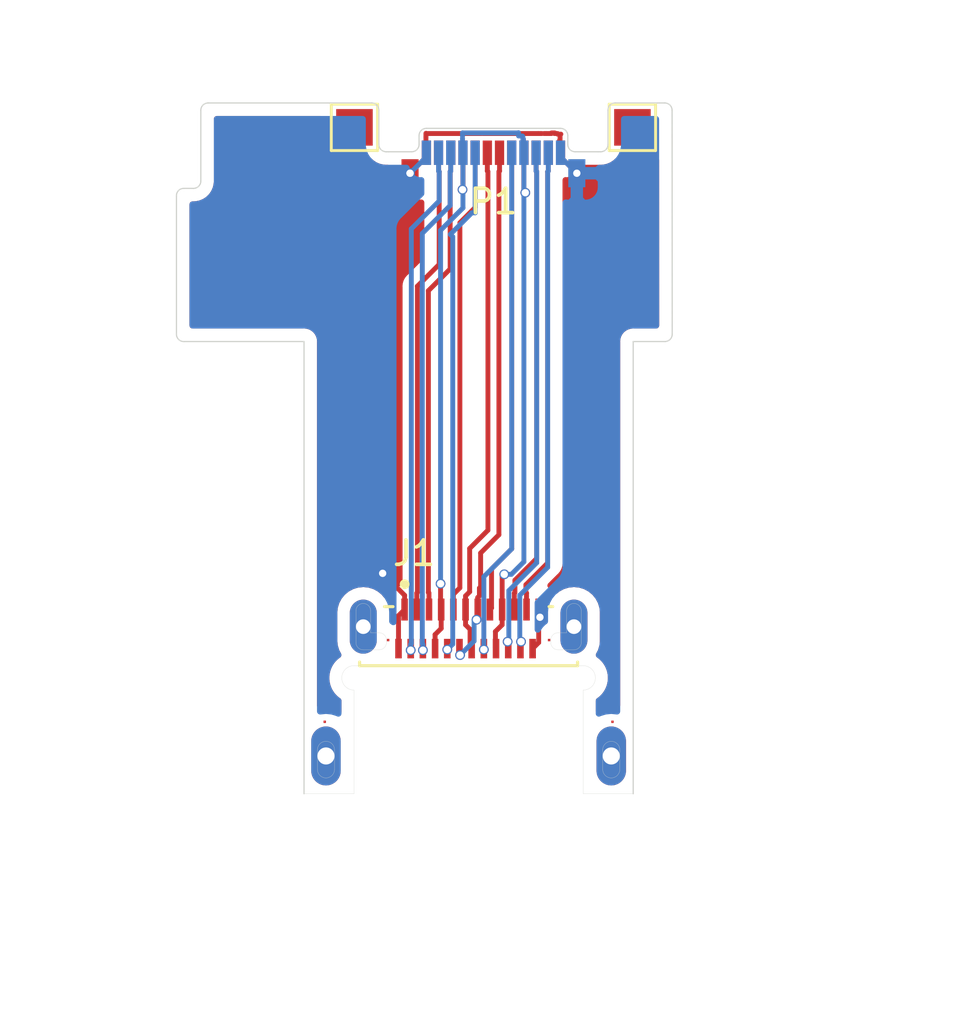
<source format=kicad_pcb>
(kicad_pcb (version 20171130) (host pcbnew "(5.1.10)-1")

  (general
    (thickness 0.8)
    (drawings 24)
    (tracks 167)
    (zones 0)
    (modules 4)
    (nets 17)
  )

  (page A4)
  (layers
    (0 F.Cu signal)
    (31 B.Cu signal)
    (32 B.Adhes user)
    (33 F.Adhes user)
    (34 B.Paste user)
    (35 F.Paste user)
    (36 B.SilkS user)
    (37 F.SilkS user hide)
    (38 B.Mask user)
    (39 F.Mask user)
    (40 Dwgs.User user)
    (41 Cmts.User user)
    (42 Eco1.User user)
    (43 Eco2.User user)
    (44 Edge.Cuts user)
    (45 Margin user)
    (46 B.CrtYd user)
    (47 F.CrtYd user hide)
    (48 B.Fab user)
    (49 F.Fab user hide)
  )

  (setup
    (last_trace_width 0.2)
    (user_trace_width 0.2)
    (user_trace_width 0.3)
    (user_trace_width 0.4)
    (user_trace_width 0.6)
    (trace_clearance 0.2)
    (zone_clearance 0.508)
    (zone_45_only no)
    (trace_min 0.2)
    (via_size 0.8)
    (via_drill 0.4)
    (via_min_size 0.4)
    (via_min_drill 0.3)
    (user_via 0.4 0.3)
    (uvia_size 0.3)
    (uvia_drill 0.1)
    (uvias_allowed no)
    (uvia_min_size 0.2)
    (uvia_min_drill 0.1)
    (edge_width 0.05)
    (segment_width 0.2)
    (pcb_text_width 0.3)
    (pcb_text_size 1.5 1.5)
    (mod_edge_width 0.12)
    (mod_text_size 1 1)
    (mod_text_width 0.15)
    (pad_size 1.524 1.524)
    (pad_drill 0.762)
    (pad_to_mask_clearance 0)
    (aux_axis_origin 0 0)
    (grid_origin 202.732 154.778)
    (visible_elements 7FFFFFFF)
    (pcbplotparams
      (layerselection 0x010fc_ffffffff)
      (usegerberextensions false)
      (usegerberattributes true)
      (usegerberadvancedattributes true)
      (creategerberjobfile true)
      (excludeedgelayer true)
      (linewidth 0.100000)
      (plotframeref false)
      (viasonmask false)
      (mode 1)
      (useauxorigin false)
      (hpglpennumber 1)
      (hpglpenspeed 20)
      (hpglpendiameter 15.000000)
      (psnegative false)
      (psa4output false)
      (plotreference true)
      (plotvalue true)
      (plotinvisibletext false)
      (padsonsilk false)
      (subtractmaskfromsilk false)
      (outputformat 1)
      (mirror false)
      (drillshape 0)
      (scaleselection 1)
      (outputdirectory "C:/Users/Josh/Documents/ExpansionCards-main/Design Files/Screwdriver/Gerbers/"))
  )

  (net 0 "")
  (net 1 GND)
  (net 2 TX1+)
  (net 3 TX1-)
  (net 4 VBUS)
  (net 5 D+)
  (net 6 D-)
  (net 7 SBU1)
  (net 8 RX2-)
  (net 9 RX2+)
  (net 10 TX2+)
  (net 11 TX2-)
  (net 12 SBU2)
  (net 13 RX1-)
  (net 14 RX1+)
  (net 15 VCONN)
  (net 16 CC)

  (net_class Default "This is the default net class."
    (clearance 0.2)
    (trace_width 0.25)
    (via_dia 0.8)
    (via_drill 0.4)
    (uvia_dia 0.3)
    (uvia_drill 0.1)
    (add_net CC)
    (add_net D+)
    (add_net D-)
    (add_net GND)
    (add_net RX1+)
    (add_net RX1-)
    (add_net RX2+)
    (add_net RX2-)
    (add_net SBU1)
    (add_net SBU2)
    (add_net TX1+)
    (add_net TX1-)
    (add_net TX2+)
    (add_net TX2-)
    (add_net VBUS)
    (add_net VCONN)
  )

  (module TestPoint:TestPoint_Pad_1.5x1.5mm (layer F.Cu) (tedit 5A0F774F) (tstamp 6283EC81)
    (at 152.3 97.5)
    (descr "SMD rectangular pad as test Point, square 1.5mm side length")
    (tags "test point SMD pad rectangle square")
    (path /60A3AF50)
    (attr virtual)
    (fp_text reference TP1 (at 0 -1.648) (layer F.SilkS) hide
      (effects (font (size 1 1) (thickness 0.15)))
    )
    (fp_text value TestPoint (at 0.066 -2.778) (layer F.Fab)
      (effects (font (size 0.5 0.5) (thickness 0.075)))
    )
    (fp_line (start 1.25 1.25) (end -1.25 1.25) (layer F.CrtYd) (width 0.05))
    (fp_line (start 1.25 1.25) (end 1.25 -1.25) (layer F.CrtYd) (width 0.05))
    (fp_line (start -1.25 -1.25) (end -1.25 1.25) (layer F.CrtYd) (width 0.05))
    (fp_line (start -1.25 -1.25) (end 1.25 -1.25) (layer F.CrtYd) (width 0.05))
    (fp_line (start -0.95 0.95) (end -0.95 -0.95) (layer F.SilkS) (width 0.12))
    (fp_line (start 0.95 0.95) (end -0.95 0.95) (layer F.SilkS) (width 0.12))
    (fp_line (start 0.95 -0.95) (end 0.95 0.95) (layer F.SilkS) (width 0.12))
    (fp_line (start -0.95 -0.95) (end 0.95 -0.95) (layer F.SilkS) (width 0.12))
    (fp_text user %R (at 0.066 0.016) (layer F.Fab)
      (effects (font (size 0.5 0.5) (thickness 0.075)))
    )
    (pad 1 smd rect (at 0 0) (size 1.5 1.5) (layers F.Cu F.Mask))
  )

  (module TestPoint:TestPoint_Pad_1.5x1.5mm (layer F.Cu) (tedit 5A0F774F) (tstamp 6283EC74)
    (at 163.7 97.5)
    (descr "SMD rectangular pad as test Point, square 1.5mm side length")
    (tags "test point SMD pad rectangle square")
    (path /60A9B29C)
    (attr virtual)
    (fp_text reference TP3 (at 0 -1.648) (layer F.SilkS) hide
      (effects (font (size 1 1) (thickness 0.15)))
    )
    (fp_text value TestPoint (at 0 -2.778) (layer F.Fab)
      (effects (font (size 0.5 0.5) (thickness 0.075)))
    )
    (fp_line (start 1.25 1.25) (end -1.25 1.25) (layer F.CrtYd) (width 0.05))
    (fp_line (start 1.25 1.25) (end 1.25 -1.25) (layer F.CrtYd) (width 0.05))
    (fp_line (start -1.25 -1.25) (end -1.25 1.25) (layer F.CrtYd) (width 0.05))
    (fp_line (start -1.25 -1.25) (end 1.25 -1.25) (layer F.CrtYd) (width 0.05))
    (fp_line (start -0.95 0.95) (end -0.95 -0.95) (layer F.SilkS) (width 0.12))
    (fp_line (start 0.95 0.95) (end -0.95 0.95) (layer F.SilkS) (width 0.12))
    (fp_line (start 0.95 -0.95) (end 0.95 0.95) (layer F.SilkS) (width 0.12))
    (fp_line (start -0.95 -0.95) (end 0.95 -0.95) (layer F.SilkS) (width 0.12))
    (fp_text user %R (at 0 0.016) (layer F.Fab)
      (effects (font (size 0.5 0.5) (thickness 0.075)))
    )
    (pad 1 smd rect (at 0 0) (size 1.5 1.5) (layers F.Cu F.Mask))
  )

  (module Expansion_Card:USB_C_Plug_Molex_105444 (layer F.Cu) (tedit 5FD6C164) (tstamp 6283EF96)
    (at 158 98.5)
    (descr "Universal Serial Bus (USB) Shielded I/O Plug, Type C, Right Angle, Surface Mount, http://www.molex.com/pdm_docs/sd/1054440001_sd.pdf")
    (tags "USB Type-C Plug Edge Mount")
    (path /6283876A)
    (attr smd)
    (fp_text reference P1 (at 0 2.04) (layer F.SilkS)
      (effects (font (size 1 1) (thickness 0.15)))
    )
    (fp_text value USB_C_Plug (at 0 -1.96) (layer F.Fab)
      (effects (font (size 1 1) (thickness 0.15)))
    )
    (fp_line (start 4.3 1.96) (end -4.3 1.96) (layer F.CrtYd) (width 0.05))
    (fp_line (start 4.3 -1.46) (end -4.3 -1.46) (layer F.CrtYd) (width 0.05))
    (fp_line (start 4.3 1.96) (end 4.3 -1.46) (layer F.CrtYd) (width 0.05))
    (fp_line (start -3.35 0) (end -4.3 0) (layer Edge.Cuts) (width 0.05))
    (fp_line (start -3.05 -0.66) (end -3.05 -0.3) (layer Edge.Cuts) (width 0.05))
    (fp_line (start -2.75 -0.96) (end 2.75 -0.96) (layer Edge.Cuts) (width 0.05))
    (fp_line (start 3.05 -0.66) (end 3.05 -0.3) (layer Edge.Cuts) (width 0.05))
    (fp_line (start 3.35 0) (end 4.3 0) (layer Edge.Cuts) (width 0.05))
    (fp_line (start -3.35 0) (end -4.3 0) (layer Eco1.User) (width 0.1))
    (fp_line (start -3.05 -0.66) (end -3.05 -0.3) (layer Eco1.User) (width 0.1))
    (fp_line (start -2.75 -0.96) (end 2.75 -0.96) (layer Eco1.User) (width 0.1))
    (fp_line (start 3.05 -0.66) (end 3.05 -0.3) (layer Eco1.User) (width 0.1))
    (fp_line (start 3.35 0) (end 4.3 0) (layer Eco1.User) (width 0.1))
    (fp_line (start -4.3 1.96) (end -4.3 -1.46) (layer F.CrtYd) (width 0.05))
    (fp_arc (start -3.35 -0.3) (end -3.05 -0.3) (angle 90) (layer Eco1.User) (width 0.1))
    (fp_arc (start 3.35 -0.3) (end 3.35 0) (angle 90) (layer Eco1.User) (width 0.1))
    (fp_arc (start -2.75 -0.66) (end -3.05 -0.66) (angle 90) (layer Eco1.User) (width 0.1))
    (fp_arc (start 2.75 -0.66) (end 2.75 -0.96) (angle 90) (layer Eco1.User) (width 0.1))
    (fp_arc (start -3.35 -0.3) (end -3.05 -0.3) (angle 90) (layer Edge.Cuts) (width 0.05))
    (fp_arc (start 3.35 -0.3) (end 3.35 0) (angle 90) (layer Edge.Cuts) (width 0.05))
    (fp_arc (start -2.75 -0.66) (end -3.05 -0.66) (angle 90) (layer Edge.Cuts) (width 0.05))
    (fp_arc (start 2.75 -0.66) (end 2.75 -0.96) (angle 90) (layer Edge.Cuts) (width 0.05))
    (fp_text user "PCB Edge" (at 0 -0.96) (layer Dwgs.User)
      (effects (font (size 0.5 0.5) (thickness 0.08)))
    )
    (fp_text user %R (at 0 2.04) (layer F.Fab)
      (effects (font (size 1 1) (thickness 0.1)))
    )
    (pad B12 smd rect (at -2.75 0.04) (size 0.38 1) (layers B.Cu B.Paste B.Mask)
      (net 1 GND))
    (pad B11 smd rect (at -2.25 0.04) (size 0.38 1) (layers B.Cu B.Paste B.Mask)
      (net 14 RX1+))
    (pad B10 smd rect (at -1.75 0.04) (size 0.38 1) (layers B.Cu B.Paste B.Mask)
      (net 13 RX1-))
    (pad B9 smd rect (at -1.25 0.04) (size 0.38 1) (layers B.Cu B.Paste B.Mask)
      (net 4 VBUS))
    (pad B8 smd rect (at -0.75 0.04) (size 0.38 1) (layers B.Cu B.Paste B.Mask)
      (net 12 SBU2))
    (pad B5 smd rect (at 0.75 0.04) (size 0.38 1) (layers B.Cu B.Paste B.Mask)
      (net 15 VCONN))
    (pad B4 smd rect (at 1.25 0.04) (size 0.38 1) (layers B.Cu B.Paste B.Mask)
      (net 4 VBUS))
    (pad B3 smd rect (at 1.75 0.04) (size 0.38 1) (layers B.Cu B.Paste B.Mask)
      (net 11 TX2-))
    (pad B2 smd rect (at 2.25 0.04) (size 0.38 1) (layers B.Cu B.Paste B.Mask)
      (net 10 TX2+))
    (pad B1 smd rect (at 2.75 0.04) (size 0.38 1) (layers B.Cu B.Paste B.Mask)
      (net 1 GND))
    (pad S1 smd rect (at 3.42 0.88) (size 0.7 1.15) (layers B.Cu B.Paste B.Mask)
      (net 1 GND))
    (pad S1 smd rect (at -3.42 0.88) (size 0.7 1.15) (layers F.Cu F.Paste F.Mask)
      (net 1 GND))
    (pad A12 smd rect (at 2.75 0.04) (size 0.38 1) (layers F.Cu F.Paste F.Mask)
      (net 1 GND))
    (pad A11 smd rect (at 2.25 0.04) (size 0.38 1) (layers F.Cu F.Paste F.Mask)
      (net 9 RX2+))
    (pad A10 smd rect (at 1.75 0.04) (size 0.38 1) (layers F.Cu F.Paste F.Mask)
      (net 8 RX2-))
    (pad A9 smd rect (at 1.25 0.04) (size 0.38 1) (layers F.Cu F.Paste F.Mask)
      (net 4 VBUS))
    (pad A8 smd rect (at 0.75 0.04) (size 0.38 1) (layers F.Cu F.Paste F.Mask)
      (net 7 SBU1))
    (pad A7 smd rect (at 0.25 0.04) (size 0.38 1) (layers F.Cu F.Paste F.Mask)
      (net 6 D-))
    (pad A6 smd rect (at -0.25 0.04) (size 0.38 1) (layers F.Cu F.Paste F.Mask)
      (net 5 D+))
    (pad A5 smd rect (at -0.75 0.04) (size 0.38 1) (layers F.Cu F.Paste F.Mask)
      (net 16 CC))
    (pad A4 smd rect (at -1.25 0.04) (size 0.38 1) (layers F.Cu F.Paste F.Mask)
      (net 4 VBUS))
    (pad A3 smd rect (at -1.75 0.04) (size 0.38 1) (layers F.Cu F.Paste F.Mask)
      (net 3 TX1-))
    (pad A2 smd rect (at -2.25 0.04) (size 0.38 1) (layers F.Cu F.Paste F.Mask)
      (net 2 TX1+))
    (pad A1 smd rect (at -2.75 0.04) (size 0.38 1) (layers F.Cu F.Paste F.Mask)
      (net 1 GND))
    (model ${KISYS3DMOD}/Connector_USB.3dshapes/USB_C_Plug_Molex_105444.wrl
      (at (xyz 0 0 0))
      (scale (xyz 1 1 1))
      (rotate (xyz 0 0 0))
    )
  )

  (module "SnapEDA Library:JAE_DX07B024JJ1R1500" (layer F.Cu) (tedit 6284BF63) (tstamp 62852BFB)
    (at 156.982 117.963)
    (path /62839EF2)
    (fp_text reference J1 (at -2.23618 -3.009) (layer F.SilkS)
      (effects (font (size 1 1) (thickness 0.15)))
    )
    (fp_text value USB_C_Receptacle (at 7.68067 9.4037) (layer F.Fab)
      (effects (font (size 1 1) (thickness 0.15)))
    )
    (fp_circle (center -2.623 -1.738) (end -2.523 -1.738) (layer F.Fab) (width 0.2))
    (fp_line (start -5.45 3.5) (end -5.45 -1.4) (layer F.CrtYd) (width 0.05))
    (fp_line (start -6.72 3.5) (end -5.45 3.5) (layer F.CrtYd) (width 0.05))
    (fp_line (start -6.72 7.6) (end -6.72 3.5) (layer F.CrtYd) (width 0.05))
    (fp_line (start 6.72 7.6) (end -6.72 7.6) (layer F.CrtYd) (width 0.05))
    (fp_line (start 6.72 3.5) (end 6.72 7.6) (layer F.CrtYd) (width 0.05))
    (fp_line (start 5.45 3.5) (end 6.72 3.5) (layer F.CrtYd) (width 0.05))
    (fp_line (start 5.45 -1.4) (end 5.45 3.5) (layer F.CrtYd) (width 0.05))
    (fp_line (start -5.45 -1.4) (end 5.45 -1.4) (layer F.CrtYd) (width 0.05))
    (fp_line (start 4.47 1.6) (end 6.65 1.6) (layer F.Fab) (width 0.127))
    (fp_line (start -4.47 1.6) (end 4.47 1.6) (layer F.Fab) (width 0.127))
    (fp_line (start 4.47 1.6) (end 4.47 1.45) (layer F.SilkS) (width 0.127))
    (fp_line (start -4.47 1.6) (end 4.47 1.6) (layer F.SilkS) (width 0.127))
    (fp_line (start -4.47 1.45) (end -4.47 1.6) (layer F.SilkS) (width 0.127))
    (fp_line (start 6.75 6.85) (end 4.7 6.85) (layer Edge.Cuts) (width 0.01))
    (fp_line (start -4.7 6.85) (end -6.75 6.85) (layer Edge.Cuts) (width 0.01))
    (fp_line (start 3.3 -0.82) (end 3.45 -0.82) (layer F.SilkS) (width 0.127))
    (fp_line (start -3.45 -0.82) (end -3.1 -0.82) (layer F.SilkS) (width 0.127))
    (fp_line (start 4.7 2.6) (end 4.7 6.85) (layer Edge.Cuts) (width 0.01))
    (fp_line (start -4.7 1.6) (end 4.7 1.6) (layer Edge.Cuts) (width 0.01))
    (fp_line (start -4.7 6.85) (end -4.7 2.6) (layer Edge.Cuts) (width 0.01))
    (fp_line (start -4.47 1.6) (end -4.47 -0.82) (layer F.Fab) (width 0.127))
    (fp_line (start -4.47 7.35) (end -4.47 1.6) (layer F.Fab) (width 0.127))
    (fp_line (start 4.47 7.35) (end -4.47 7.35) (layer F.Fab) (width 0.127))
    (fp_line (start 4.47 1.6) (end 4.47 7.35) (layer F.Fab) (width 0.127))
    (fp_line (start 4.47 -0.82) (end 4.47 1.6) (layer F.Fab) (width 0.127))
    (fp_line (start -4.47 -0.82) (end 4.47 -0.82) (layer F.Fab) (width 0.127))
    (fp_poly (pts (xy 4.975 0.555) (xy 4.975 -0.555) (xy 4.974 -0.589) (xy 4.971 -0.623)
      (xy 4.967 -0.657) (xy 4.961 -0.691) (xy 4.953 -0.725) (xy 4.943 -0.757)
      (xy 4.931 -0.79) (xy 4.918 -0.821) (xy 4.904 -0.852) (xy 4.887 -0.883)
      (xy 4.869 -0.912) (xy 4.85 -0.94) (xy 4.829 -0.967) (xy 4.807 -0.993)
      (xy 4.783 -1.018) (xy 4.758 -1.042) (xy 4.732 -1.064) (xy 4.705 -1.085)
      (xy 4.677 -1.104) (xy 4.647 -1.122) (xy 4.617 -1.139) (xy 4.586 -1.153)
      (xy 4.555 -1.166) (xy 4.522 -1.178) (xy 4.49 -1.188) (xy 4.456 -1.196)
      (xy 4.422 -1.202) (xy 4.388 -1.206) (xy 4.354 -1.209) (xy 4.32 -1.21)
      (xy 4.315 -1.21) (xy 4.281 -1.209) (xy 4.247 -1.206) (xy 4.213 -1.202)
      (xy 4.18 -1.196) (xy 4.147 -1.188) (xy 4.114 -1.178) (xy 4.082 -1.167)
      (xy 4.051 -1.154) (xy 4.02 -1.139) (xy 3.99 -1.123) (xy 3.961 -1.105)
      (xy 3.933 -1.086) (xy 3.906 -1.065) (xy 3.88 -1.043) (xy 3.855 -1.02)
      (xy 3.832 -0.995) (xy 3.81 -0.969) (xy 3.789 -0.942) (xy 3.77 -0.914)
      (xy 3.752 -0.885) (xy 3.736 -0.855) (xy 3.721 -0.824) (xy 3.708 -0.793)
      (xy 3.697 -0.761) (xy 3.687 -0.728) (xy 3.679 -0.695) (xy 3.673 -0.662)
      (xy 3.669 -0.628) (xy 3.666 -0.594) (xy 3.665 -0.56) (xy 3.665 -0.04)
      (xy 3.636 -0.039) (xy 3.608 -0.037) (xy 3.58 -0.033) (xy 3.552 -0.028)
      (xy 3.524 -0.021) (xy 3.497 -0.013) (xy 3.47 -0.004) (xy 3.443 0.007)
      (xy 3.418 0.019) (xy 3.393 0.033) (xy 3.368 0.048) (xy 3.345 0.064)
      (xy 3.322 0.081) (xy 3.3 0.1) (xy 3.28 0.12) (xy 3.26 0.14)
      (xy 3.241 0.162) (xy 3.224 0.185) (xy 3.208 0.208) (xy 3.193 0.233)
      (xy 3.179 0.258) (xy 3.167 0.283) (xy 3.156 0.31) (xy 3.147 0.337)
      (xy 3.139 0.364) (xy 3.132 0.392) (xy 3.127 0.42) (xy 3.123 0.448)
      (xy 3.121 0.476) (xy 3.12 0.505) (xy 3.12 0.69) (xy 3.121 0.717)
      (xy 3.123 0.744) (xy 3.126 0.771) (xy 3.131 0.798) (xy 3.138 0.825)
      (xy 3.145 0.851) (xy 3.155 0.876) (xy 3.165 0.902) (xy 3.177 0.926)
      (xy 3.19 0.95) (xy 3.204 0.973) (xy 3.219 0.996) (xy 3.236 1.017)
      (xy 3.254 1.038) (xy 3.272 1.058) (xy 3.292 1.076) (xy 3.313 1.094)
      (xy 3.334 1.111) (xy 3.357 1.126) (xy 3.38 1.14) (xy 3.404 1.153)
      (xy 3.428 1.165) (xy 3.454 1.175) (xy 3.479 1.185) (xy 3.505 1.192)
      (xy 3.532 1.199) (xy 3.559 1.204) (xy 3.586 1.207) (xy 3.613 1.209)
      (xy 3.64 1.21) (xy 4.32 1.21) (xy 4.354 1.209) (xy 4.388 1.206)
      (xy 4.422 1.202) (xy 4.456 1.196) (xy 4.49 1.188) (xy 4.522 1.178)
      (xy 4.555 1.166) (xy 4.586 1.153) (xy 4.617 1.139) (xy 4.647 1.122)
      (xy 4.677 1.104) (xy 4.705 1.085) (xy 4.732 1.064) (xy 4.758 1.042)
      (xy 4.783 1.018) (xy 4.807 0.993) (xy 4.829 0.967) (xy 4.85 0.94)
      (xy 4.869 0.912) (xy 4.887 0.883) (xy 4.904 0.852) (xy 4.918 0.821)
      (xy 4.931 0.79) (xy 4.943 0.757) (xy 4.953 0.725) (xy 4.961 0.691)
      (xy 4.967 0.657) (xy 4.971 0.623) (xy 4.974 0.589) (xy 4.975 0.555)) (layer F.Mask) (width 0.0001))
    (fp_poly (pts (xy 4.02 0.008) (xy 3.766 0.008) (xy 3.737 0.009) (xy 3.709 0.011)
      (xy 3.68 0.015) (xy 3.652 0.02) (xy 3.624 0.027) (xy 3.596 0.035)
      (xy 3.569 0.045) (xy 3.542 0.056) (xy 3.516 0.068) (xy 3.491 0.082)
      (xy 3.466 0.097) (xy 3.443 0.113) (xy 3.42 0.131) (xy 3.398 0.149)
      (xy 3.377 0.169) (xy 3.357 0.19) (xy 3.339 0.212) (xy 3.321 0.235)
      (xy 3.305 0.258) (xy 3.29 0.283) (xy 3.276 0.308) (xy 3.264 0.334)
      (xy 3.253 0.361) (xy 3.243 0.388) (xy 3.235 0.416) (xy 3.228 0.444)
      (xy 3.223 0.472) (xy 3.219 0.501) (xy 3.217 0.529) (xy 3.216 0.558)
      (xy 3.216 0.6) (xy 3.217 0.627) (xy 3.219 0.653) (xy 3.222 0.679)
      (xy 3.227 0.706) (xy 3.233 0.731) (xy 3.241 0.757) (xy 3.25 0.782)
      (xy 3.26 0.807) (xy 3.271 0.831) (xy 3.284 0.854) (xy 3.298 0.877)
      (xy 3.313 0.899) (xy 3.329 0.92) (xy 3.346 0.94) (xy 3.365 0.959)
      (xy 3.384 0.978) (xy 3.404 0.995) (xy 3.425 1.011) (xy 3.447 1.026)
      (xy 3.47 1.04) (xy 3.493 1.053) (xy 3.517 1.064) (xy 3.542 1.074)
      (xy 3.567 1.083) (xy 3.593 1.091) (xy 3.618 1.097) (xy 3.645 1.102)
      (xy 3.671 1.105) (xy 3.697 1.107) (xy 3.724 1.108) (xy 4.322 1.108)
      (xy 4.351 1.107) (xy 4.38 1.105) (xy 4.408 1.101) (xy 4.437 1.096)
      (xy 4.465 1.089) (xy 4.492 1.081) (xy 4.519 1.071) (xy 4.546 1.06)
      (xy 4.572 1.048) (xy 4.598 1.034) (xy 4.622 1.019) (xy 4.646 1.003)
      (xy 4.669 0.985) (xy 4.691 0.966) (xy 4.712 0.947) (xy 4.731 0.926)
      (xy 4.75 0.904) (xy 4.768 0.881) (xy 4.784 0.857) (xy 4.799 0.833)
      (xy 4.813 0.807) (xy 4.825 0.781) (xy 4.836 0.754) (xy 4.846 0.727)
      (xy 4.854 0.7) (xy 4.861 0.672) (xy 4.866 0.643) (xy 4.87 0.615)
      (xy 4.872 0.586) (xy 4.873 0.557) (xy 4.621 0.557) (xy 4.62 0.557)
      (xy 4.62 0.558) (xy 4.62 0.647) (xy 4.62 0.663) (xy 4.618 0.679)
      (xy 4.616 0.694) (xy 4.613 0.71) (xy 4.61 0.725) (xy 4.605 0.741)
      (xy 4.6 0.756) (xy 4.594 0.77) (xy 4.587 0.785) (xy 4.579 0.798)
      (xy 4.571 0.812) (xy 4.562 0.825) (xy 4.552 0.838) (xy 4.542 0.85)
      (xy 4.531 0.861) (xy 4.52 0.872) (xy 4.508 0.882) (xy 4.495 0.892)
      (xy 4.482 0.901) (xy 4.469 0.909) (xy 4.455 0.917) (xy 4.44 0.924)
      (xy 4.426 0.93) (xy 4.411 0.935) (xy 4.395 0.94) (xy 4.38 0.943)
      (xy 4.364 0.946) (xy 4.349 0.948) (xy 4.333 0.95) (xy 4.317 0.95)
      (xy 3.67 0.95) (xy 3.654 0.95) (xy 3.639 0.948) (xy 3.623 0.946)
      (xy 3.608 0.943) (xy 3.592 0.94) (xy 3.577 0.935) (xy 3.562 0.93)
      (xy 3.548 0.924) (xy 3.534 0.917) (xy 3.52 0.91) (xy 3.507 0.902)
      (xy 3.494 0.893) (xy 3.481 0.883) (xy 3.469 0.873) (xy 3.458 0.862)
      (xy 3.447 0.851) (xy 3.437 0.839) (xy 3.427 0.826) (xy 3.418 0.813)
      (xy 3.41 0.8) (xy 3.403 0.786) (xy 3.396 0.772) (xy 3.39 0.758)
      (xy 3.385 0.743) (xy 3.38 0.728) (xy 3.377 0.712) (xy 3.374 0.697)
      (xy 3.372 0.681) (xy 3.37 0.666) (xy 3.37 0.65) (xy 3.37 0.548)
      (xy 3.37 0.532) (xy 3.372 0.517) (xy 3.374 0.501) (xy 3.377 0.486)
      (xy 3.38 0.471) (xy 3.385 0.456) (xy 3.39 0.441) (xy 3.396 0.427)
      (xy 3.402 0.413) (xy 3.41 0.399) (xy 3.418 0.386) (xy 3.427 0.373)
      (xy 3.436 0.36) (xy 3.447 0.349) (xy 3.457 0.337) (xy 3.469 0.327)
      (xy 3.48 0.316) (xy 3.493 0.307) (xy 3.506 0.298) (xy 3.519 0.29)
      (xy 3.533 0.282) (xy 3.547 0.276) (xy 3.561 0.27) (xy 3.576 0.265)
      (xy 3.591 0.26) (xy 3.606 0.257) (xy 3.621 0.254) (xy 3.637 0.252)
      (xy 3.652 0.25) (xy 3.668 0.25) (xy 4.02 0.25) (xy 4.02 0.008)) (layer F.Paste) (width 0.0001))
    (fp_line (start 3.67 0.95) (end 4.32 0.95) (layer Edge.Cuts) (width 0.01))
    (fp_line (start 3.37 0.55) (end 3.37 0.65) (layer Edge.Cuts) (width 0.01))
    (fp_line (start 4.02 0.25) (end 3.67 0.25) (layer Edge.Cuts) (width 0.01))
    (fp_line (start 4.02 -0.65) (end 4.02 0.25) (layer Edge.Cuts) (width 0.01))
    (fp_line (start 4.62 0.65) (end 4.62 -0.65) (layer Edge.Cuts) (width 0.01))
    (fp_poly (pts (xy -4.975 0.555) (xy -4.975 -0.555) (xy -4.974 -0.589) (xy -4.971 -0.623)
      (xy -4.967 -0.657) (xy -4.961 -0.691) (xy -4.953 -0.725) (xy -4.943 -0.757)
      (xy -4.931 -0.79) (xy -4.918 -0.821) (xy -4.904 -0.852) (xy -4.887 -0.883)
      (xy -4.869 -0.912) (xy -4.85 -0.94) (xy -4.829 -0.967) (xy -4.807 -0.993)
      (xy -4.783 -1.018) (xy -4.758 -1.042) (xy -4.732 -1.064) (xy -4.705 -1.085)
      (xy -4.677 -1.104) (xy -4.647 -1.122) (xy -4.617 -1.139) (xy -4.586 -1.153)
      (xy -4.555 -1.166) (xy -4.522 -1.178) (xy -4.49 -1.188) (xy -4.456 -1.196)
      (xy -4.422 -1.202) (xy -4.388 -1.206) (xy -4.354 -1.209) (xy -4.32 -1.21)
      (xy -4.315 -1.21) (xy -4.281 -1.209) (xy -4.247 -1.206) (xy -4.213 -1.202)
      (xy -4.18 -1.196) (xy -4.147 -1.188) (xy -4.114 -1.178) (xy -4.082 -1.167)
      (xy -4.051 -1.154) (xy -4.02 -1.139) (xy -3.99 -1.123) (xy -3.961 -1.105)
      (xy -3.933 -1.086) (xy -3.906 -1.065) (xy -3.88 -1.043) (xy -3.855 -1.02)
      (xy -3.832 -0.995) (xy -3.81 -0.969) (xy -3.789 -0.942) (xy -3.77 -0.914)
      (xy -3.752 -0.885) (xy -3.736 -0.855) (xy -3.721 -0.824) (xy -3.708 -0.793)
      (xy -3.697 -0.761) (xy -3.687 -0.728) (xy -3.679 -0.695) (xy -3.673 -0.662)
      (xy -3.669 -0.628) (xy -3.666 -0.594) (xy -3.665 -0.56) (xy -3.665 -0.04)
      (xy -3.636 -0.039) (xy -3.608 -0.037) (xy -3.58 -0.033) (xy -3.552 -0.028)
      (xy -3.524 -0.021) (xy -3.497 -0.013) (xy -3.47 -0.004) (xy -3.443 0.007)
      (xy -3.418 0.019) (xy -3.393 0.033) (xy -3.368 0.048) (xy -3.345 0.064)
      (xy -3.322 0.081) (xy -3.3 0.1) (xy -3.28 0.12) (xy -3.26 0.14)
      (xy -3.241 0.162) (xy -3.224 0.185) (xy -3.208 0.208) (xy -3.193 0.233)
      (xy -3.179 0.258) (xy -3.167 0.283) (xy -3.156 0.31) (xy -3.147 0.337)
      (xy -3.139 0.364) (xy -3.132 0.392) (xy -3.127 0.42) (xy -3.123 0.448)
      (xy -3.121 0.476) (xy -3.12 0.505) (xy -3.12 0.69) (xy -3.121 0.717)
      (xy -3.123 0.744) (xy -3.126 0.771) (xy -3.131 0.798) (xy -3.138 0.825)
      (xy -3.145 0.851) (xy -3.155 0.876) (xy -3.165 0.902) (xy -3.177 0.926)
      (xy -3.19 0.95) (xy -3.204 0.973) (xy -3.219 0.996) (xy -3.236 1.017)
      (xy -3.254 1.038) (xy -3.272 1.058) (xy -3.292 1.076) (xy -3.313 1.094)
      (xy -3.334 1.111) (xy -3.357 1.126) (xy -3.38 1.14) (xy -3.404 1.153)
      (xy -3.428 1.165) (xy -3.454 1.175) (xy -3.479 1.185) (xy -3.505 1.192)
      (xy -3.532 1.199) (xy -3.559 1.204) (xy -3.586 1.207) (xy -3.613 1.209)
      (xy -3.64 1.21) (xy -4.32 1.21) (xy -4.354 1.209) (xy -4.388 1.206)
      (xy -4.422 1.202) (xy -4.456 1.196) (xy -4.49 1.188) (xy -4.522 1.178)
      (xy -4.555 1.166) (xy -4.586 1.153) (xy -4.617 1.139) (xy -4.648 1.122)
      (xy -4.677 1.104) (xy -4.705 1.085) (xy -4.732 1.064) (xy -4.758 1.042)
      (xy -4.783 1.018) (xy -4.807 0.993) (xy -4.829 0.967) (xy -4.85 0.94)
      (xy -4.869 0.912) (xy -4.887 0.883) (xy -4.904 0.852) (xy -4.918 0.821)
      (xy -4.931 0.79) (xy -4.943 0.757) (xy -4.953 0.725) (xy -4.961 0.691)
      (xy -4.967 0.657) (xy -4.971 0.623) (xy -4.974 0.589) (xy -4.975 0.555)) (layer F.Mask) (width 0.0001))
    (fp_poly (pts (xy -4.02 0.008) (xy -3.766 0.008) (xy -3.737 0.009) (xy -3.709 0.011)
      (xy -3.68 0.015) (xy -3.652 0.02) (xy -3.624 0.027) (xy -3.596 0.035)
      (xy -3.569 0.045) (xy -3.542 0.056) (xy -3.516 0.068) (xy -3.491 0.082)
      (xy -3.466 0.097) (xy -3.443 0.113) (xy -3.42 0.131) (xy -3.398 0.149)
      (xy -3.377 0.169) (xy -3.357 0.19) (xy -3.339 0.212) (xy -3.321 0.235)
      (xy -3.305 0.258) (xy -3.29 0.283) (xy -3.276 0.308) (xy -3.264 0.334)
      (xy -3.253 0.361) (xy -3.243 0.388) (xy -3.235 0.416) (xy -3.228 0.444)
      (xy -3.223 0.472) (xy -3.219 0.501) (xy -3.217 0.529) (xy -3.216 0.558)
      (xy -3.216 0.6) (xy -3.217 0.627) (xy -3.219 0.653) (xy -3.222 0.679)
      (xy -3.227 0.706) (xy -3.233 0.731) (xy -3.241 0.757) (xy -3.25 0.782)
      (xy -3.26 0.807) (xy -3.271 0.831) (xy -3.284 0.854) (xy -3.298 0.877)
      (xy -3.313 0.899) (xy -3.329 0.92) (xy -3.346 0.94) (xy -3.365 0.959)
      (xy -3.384 0.978) (xy -3.404 0.995) (xy -3.425 1.011) (xy -3.447 1.026)
      (xy -3.47 1.04) (xy -3.493 1.053) (xy -3.517 1.064) (xy -3.542 1.074)
      (xy -3.567 1.083) (xy -3.593 1.091) (xy -3.618 1.097) (xy -3.645 1.102)
      (xy -3.671 1.105) (xy -3.697 1.107) (xy -3.724 1.108) (xy -4.322 1.108)
      (xy -4.351 1.107) (xy -4.38 1.105) (xy -4.408 1.101) (xy -4.437 1.096)
      (xy -4.465 1.089) (xy -4.492 1.081) (xy -4.519 1.071) (xy -4.546 1.06)
      (xy -4.572 1.048) (xy -4.598 1.034) (xy -4.622 1.019) (xy -4.646 1.003)
      (xy -4.669 0.985) (xy -4.691 0.966) (xy -4.712 0.947) (xy -4.731 0.926)
      (xy -4.75 0.904) (xy -4.768 0.881) (xy -4.784 0.857) (xy -4.799 0.833)
      (xy -4.813 0.807) (xy -4.825 0.781) (xy -4.836 0.754) (xy -4.846 0.727)
      (xy -4.854 0.7) (xy -4.861 0.672) (xy -4.866 0.643) (xy -4.87 0.615)
      (xy -4.872 0.586) (xy -4.873 0.557) (xy -4.621 0.557) (xy -4.62 0.557)
      (xy -4.62 0.558) (xy -4.62 0.647) (xy -4.62 0.663) (xy -4.618 0.679)
      (xy -4.616 0.694) (xy -4.613 0.71) (xy -4.61 0.725) (xy -4.605 0.741)
      (xy -4.6 0.756) (xy -4.594 0.77) (xy -4.587 0.785) (xy -4.579 0.798)
      (xy -4.571 0.812) (xy -4.562 0.825) (xy -4.552 0.838) (xy -4.542 0.85)
      (xy -4.531 0.861) (xy -4.52 0.872) (xy -4.508 0.882) (xy -4.495 0.892)
      (xy -4.482 0.901) (xy -4.469 0.909) (xy -4.455 0.917) (xy -4.44 0.924)
      (xy -4.426 0.93) (xy -4.411 0.935) (xy -4.395 0.94) (xy -4.38 0.943)
      (xy -4.364 0.946) (xy -4.349 0.948) (xy -4.333 0.95) (xy -4.317 0.95)
      (xy -3.67 0.95) (xy -3.654 0.95) (xy -3.639 0.948) (xy -3.623 0.946)
      (xy -3.608 0.943) (xy -3.592 0.94) (xy -3.577 0.935) (xy -3.562 0.93)
      (xy -3.548 0.924) (xy -3.534 0.917) (xy -3.52 0.91) (xy -3.507 0.902)
      (xy -3.494 0.893) (xy -3.481 0.883) (xy -3.469 0.873) (xy -3.458 0.862)
      (xy -3.447 0.851) (xy -3.437 0.839) (xy -3.427 0.826) (xy -3.418 0.813)
      (xy -3.41 0.8) (xy -3.403 0.786) (xy -3.396 0.772) (xy -3.39 0.758)
      (xy -3.385 0.743) (xy -3.38 0.728) (xy -3.377 0.712) (xy -3.374 0.697)
      (xy -3.372 0.681) (xy -3.37 0.666) (xy -3.37 0.65) (xy -3.37 0.548)
      (xy -3.37 0.532) (xy -3.372 0.517) (xy -3.374 0.501) (xy -3.377 0.486)
      (xy -3.38 0.471) (xy -3.385 0.456) (xy -3.39 0.441) (xy -3.396 0.427)
      (xy -3.402 0.413) (xy -3.41 0.399) (xy -3.418 0.386) (xy -3.427 0.373)
      (xy -3.436 0.36) (xy -3.447 0.349) (xy -3.457 0.337) (xy -3.469 0.327)
      (xy -3.48 0.316) (xy -3.493 0.307) (xy -3.506 0.298) (xy -3.519 0.29)
      (xy -3.533 0.282) (xy -3.547 0.276) (xy -3.561 0.27) (xy -3.576 0.265)
      (xy -3.591 0.26) (xy -3.606 0.257) (xy -3.621 0.254) (xy -3.637 0.252)
      (xy -3.652 0.25) (xy -3.668 0.25) (xy -4.02 0.25) (xy -4.02 0.008)) (layer F.Paste) (width 0.0001))
    (fp_poly (pts (xy 5.145 5.91) (xy 5.145 4.15) (xy 5.146 4.124) (xy 5.148 4.098)
      (xy 5.151 4.072) (xy 5.156 4.046) (xy 5.162 4.021) (xy 5.169 3.995)
      (xy 5.178 3.971) (xy 5.188 3.947) (xy 5.199 3.923) (xy 5.212 3.9)
      (xy 5.226 3.878) (xy 5.24 3.856) (xy 5.256 3.835) (xy 5.273 3.815)
      (xy 5.291 3.796) (xy 5.31 3.778) (xy 5.33 3.761) (xy 5.351 3.745)
      (xy 5.373 3.731) (xy 5.395 3.717) (xy 5.418 3.704) (xy 5.442 3.693)
      (xy 5.466 3.683) (xy 5.49 3.674) (xy 5.516 3.667) (xy 5.541 3.661)
      (xy 5.567 3.656) (xy 5.593 3.653) (xy 5.619 3.651) (xy 5.645 3.65)
      (xy 6.055 3.65) (xy 6.081 3.651) (xy 6.107 3.653) (xy 6.133 3.656)
      (xy 6.159 3.661) (xy 6.184 3.667) (xy 6.21 3.674) (xy 6.234 3.683)
      (xy 6.258 3.693) (xy 6.282 3.704) (xy 6.305 3.717) (xy 6.327 3.731)
      (xy 6.349 3.745) (xy 6.37 3.761) (xy 6.39 3.778) (xy 6.409 3.796)
      (xy 6.427 3.815) (xy 6.444 3.835) (xy 6.46 3.856) (xy 6.474 3.878)
      (xy 6.488 3.9) (xy 6.501 3.923) (xy 6.512 3.947) (xy 6.522 3.971)
      (xy 6.531 3.995) (xy 6.538 4.021) (xy 6.544 4.046) (xy 6.549 4.072)
      (xy 6.552 4.098) (xy 6.554 4.124) (xy 6.555 4.15) (xy 6.555 5.925)
      (xy 6.554 5.961) (xy 6.551 5.997) (xy 6.547 6.032) (xy 6.54 6.067)
      (xy 6.532 6.102) (xy 6.521 6.137) (xy 6.51 6.17) (xy 6.496 6.204)
      (xy 6.48 6.236) (xy 6.463 6.268) (xy 6.444 6.298) (xy 6.424 6.328)
      (xy 6.402 6.356) (xy 6.379 6.383) (xy 6.354 6.409) (xy 6.328 6.434)
      (xy 6.301 6.457) (xy 6.273 6.479) (xy 6.243 6.499) (xy 6.213 6.518)
      (xy 6.181 6.535) (xy 6.149 6.551) (xy 6.115 6.565) (xy 6.082 6.576)
      (xy 6.047 6.587) (xy 6.012 6.595) (xy 5.977 6.602) (xy 5.942 6.606)
      (xy 5.906 6.609) (xy 5.87 6.61) (xy 5.845 6.61) (xy 5.808 6.609)
      (xy 5.772 6.606) (xy 5.735 6.601) (xy 5.699 6.595) (xy 5.664 6.586)
      (xy 5.629 6.576) (xy 5.594 6.564) (xy 5.56 6.549) (xy 5.527 6.534)
      (xy 5.495 6.516) (xy 5.464 6.497) (xy 5.434 6.476) (xy 5.404 6.454)
      (xy 5.377 6.43) (xy 5.35 6.405) (xy 5.325 6.378) (xy 5.301 6.351)
      (xy 5.279 6.321) (xy 5.258 6.291) (xy 5.239 6.26) (xy 5.221 6.228)
      (xy 5.206 6.195) (xy 5.191 6.161) (xy 5.179 6.126) (xy 5.169 6.091)
      (xy 5.16 6.056) (xy 5.154 6.02) (xy 5.149 5.983) (xy 5.146 5.947)
      (xy 5.145 5.91)) (layer F.Mask) (width 0.0001))
    (fp_poly (pts (xy 6.454 4.692) (xy 6.454 4.25) (xy 6.453 4.224) (xy 6.451 4.198)
      (xy 6.448 4.172) (xy 6.443 4.146) (xy 6.437 4.121) (xy 6.43 4.095)
      (xy 6.421 4.071) (xy 6.411 4.047) (xy 6.4 4.023) (xy 6.387 4)
      (xy 6.373 3.978) (xy 6.359 3.956) (xy 6.343 3.935) (xy 6.326 3.915)
      (xy 6.308 3.896) (xy 6.289 3.878) (xy 6.269 3.861) (xy 6.248 3.845)
      (xy 6.226 3.831) (xy 6.204 3.817) (xy 6.181 3.804) (xy 6.157 3.793)
      (xy 6.133 3.783) (xy 6.109 3.774) (xy 6.083 3.767) (xy 6.058 3.761)
      (xy 6.032 3.756) (xy 6.006 3.753) (xy 5.98 3.751) (xy 5.954 3.75)
      (xy 5.85 3.75) (xy 5.85 4.092) (xy 5.854 4.092) (xy 5.885 4.093)
      (xy 5.917 4.095) (xy 5.948 4.099) (xy 5.979 4.105) (xy 6.009 4.112)
      (xy 6.039 4.121) (xy 6.069 4.132) (xy 6.098 4.144) (xy 6.126 4.157)
      (xy 6.154 4.172) (xy 6.181 4.189) (xy 6.207 4.207) (xy 6.232 4.226)
      (xy 6.255 4.246) (xy 6.278 4.268) (xy 6.3 4.291) (xy 6.32 4.314)
      (xy 6.339 4.339) (xy 6.357 4.365) (xy 6.374 4.392) (xy 6.389 4.42)
      (xy 6.402 4.448) (xy 6.414 4.477) (xy 6.425 4.507) (xy 6.434 4.537)
      (xy 6.441 4.567) (xy 6.447 4.598) (xy 6.451 4.629) (xy 6.453 4.661)
      (xy 6.454 4.692)) (layer F.Paste) (width 0.0001))
    (fp_poly (pts (xy 5.246 4.692) (xy 5.246 4.25) (xy 5.247 4.224) (xy 5.249 4.198)
      (xy 5.252 4.172) (xy 5.257 4.146) (xy 5.263 4.121) (xy 5.27 4.095)
      (xy 5.279 4.071) (xy 5.289 4.047) (xy 5.3 4.023) (xy 5.313 4)
      (xy 5.327 3.978) (xy 5.341 3.956) (xy 5.357 3.935) (xy 5.374 3.915)
      (xy 5.392 3.896) (xy 5.411 3.878) (xy 5.431 3.861) (xy 5.452 3.845)
      (xy 5.474 3.831) (xy 5.496 3.817) (xy 5.519 3.804) (xy 5.543 3.793)
      (xy 5.567 3.783) (xy 5.591 3.774) (xy 5.617 3.767) (xy 5.642 3.761)
      (xy 5.668 3.756) (xy 5.694 3.753) (xy 5.72 3.751) (xy 5.746 3.75)
      (xy 5.85 3.75) (xy 5.85 4.092) (xy 5.846 4.092) (xy 5.815 4.093)
      (xy 5.783 4.095) (xy 5.752 4.099) (xy 5.721 4.105) (xy 5.691 4.112)
      (xy 5.661 4.121) (xy 5.631 4.132) (xy 5.602 4.144) (xy 5.574 4.157)
      (xy 5.546 4.172) (xy 5.519 4.189) (xy 5.493 4.207) (xy 5.468 4.226)
      (xy 5.445 4.246) (xy 5.422 4.268) (xy 5.4 4.291) (xy 5.38 4.314)
      (xy 5.361 4.339) (xy 5.343 4.365) (xy 5.326 4.392) (xy 5.311 4.42)
      (xy 5.298 4.448) (xy 5.286 4.477) (xy 5.275 4.507) (xy 5.266 4.537)
      (xy 5.259 4.567) (xy 5.253 4.598) (xy 5.249 4.629) (xy 5.247 4.661)
      (xy 5.246 4.692)) (layer F.Paste) (width 0.0001))
    (fp_poly (pts (xy 5.85 4.092) (xy 5.854 4.092) (xy 5.853 4.092) (xy 5.853 4.093)
      (xy 5.852 4.093) (xy 5.851 4.093) (xy 5.851 4.092) (xy 5.85 4.092)) (layer F.Cu) (width 0.0001))
    (fp_line (start 5.5 5.85) (end 5.5 5.05) (layer Edge.Cuts) (width 0.01))
    (fp_line (start 6.2 5.05) (end 6.2 5.85) (layer Edge.Cuts) (width 0.01))
    (fp_poly (pts (xy -6.555 5.91) (xy -6.555 4.15) (xy -6.554 4.124) (xy -6.552 4.098)
      (xy -6.549 4.072) (xy -6.544 4.046) (xy -6.538 4.021) (xy -6.531 3.995)
      (xy -6.522 3.971) (xy -6.512 3.947) (xy -6.501 3.923) (xy -6.488 3.9)
      (xy -6.474 3.878) (xy -6.46 3.856) (xy -6.444 3.835) (xy -6.427 3.815)
      (xy -6.409 3.796) (xy -6.39 3.778) (xy -6.37 3.761) (xy -6.349 3.745)
      (xy -6.327 3.731) (xy -6.305 3.717) (xy -6.282 3.704) (xy -6.258 3.693)
      (xy -6.234 3.683) (xy -6.21 3.674) (xy -6.184 3.667) (xy -6.159 3.661)
      (xy -6.133 3.656) (xy -6.107 3.653) (xy -6.081 3.651) (xy -6.055 3.65)
      (xy -5.645 3.65) (xy -5.619 3.651) (xy -5.593 3.653) (xy -5.567 3.656)
      (xy -5.541 3.661) (xy -5.516 3.667) (xy -5.49 3.674) (xy -5.466 3.683)
      (xy -5.442 3.693) (xy -5.418 3.704) (xy -5.395 3.717) (xy -5.373 3.731)
      (xy -5.351 3.745) (xy -5.33 3.761) (xy -5.31 3.778) (xy -5.291 3.796)
      (xy -5.273 3.815) (xy -5.256 3.835) (xy -5.24 3.856) (xy -5.226 3.878)
      (xy -5.212 3.9) (xy -5.199 3.923) (xy -5.188 3.947) (xy -5.178 3.971)
      (xy -5.169 3.995) (xy -5.162 4.021) (xy -5.156 4.046) (xy -5.151 4.072)
      (xy -5.148 4.098) (xy -5.146 4.124) (xy -5.145 4.15) (xy -5.145 5.925)
      (xy -5.146 5.961) (xy -5.149 5.997) (xy -5.153 6.032) (xy -5.16 6.067)
      (xy -5.168 6.102) (xy -5.179 6.137) (xy -5.19 6.17) (xy -5.204 6.204)
      (xy -5.22 6.236) (xy -5.237 6.268) (xy -5.256 6.298) (xy -5.276 6.328)
      (xy -5.298 6.356) (xy -5.321 6.383) (xy -5.346 6.409) (xy -5.372 6.434)
      (xy -5.399 6.457) (xy -5.427 6.479) (xy -5.457 6.499) (xy -5.487 6.518)
      (xy -5.519 6.535) (xy -5.551 6.551) (xy -5.585 6.565) (xy -5.618 6.576)
      (xy -5.653 6.587) (xy -5.688 6.595) (xy -5.723 6.602) (xy -5.758 6.606)
      (xy -5.794 6.609) (xy -5.83 6.61) (xy -5.855 6.61) (xy -5.892 6.609)
      (xy -5.928 6.606) (xy -5.965 6.601) (xy -6.001 6.595) (xy -6.036 6.586)
      (xy -6.071 6.576) (xy -6.106 6.564) (xy -6.14 6.549) (xy -6.173 6.534)
      (xy -6.205 6.516) (xy -6.236 6.497) (xy -6.266 6.476) (xy -6.296 6.454)
      (xy -6.323 6.43) (xy -6.35 6.405) (xy -6.375 6.378) (xy -6.399 6.351)
      (xy -6.421 6.321) (xy -6.442 6.291) (xy -6.461 6.26) (xy -6.479 6.228)
      (xy -6.494 6.195) (xy -6.509 6.161) (xy -6.521 6.126) (xy -6.531 6.091)
      (xy -6.54 6.056) (xy -6.546 6.02) (xy -6.551 5.983) (xy -6.554 5.947)
      (xy -6.555 5.91)) (layer F.Mask) (width 0.0001))
    (fp_poly (pts (xy -5.246 4.692) (xy -5.246 4.25) (xy -5.247 4.224) (xy -5.249 4.198)
      (xy -5.252 4.172) (xy -5.257 4.146) (xy -5.263 4.121) (xy -5.27 4.095)
      (xy -5.279 4.071) (xy -5.289 4.047) (xy -5.3 4.023) (xy -5.313 4)
      (xy -5.327 3.978) (xy -5.341 3.956) (xy -5.357 3.935) (xy -5.374 3.915)
      (xy -5.392 3.896) (xy -5.411 3.878) (xy -5.431 3.861) (xy -5.452 3.845)
      (xy -5.474 3.831) (xy -5.496 3.817) (xy -5.519 3.804) (xy -5.543 3.793)
      (xy -5.567 3.783) (xy -5.591 3.774) (xy -5.617 3.767) (xy -5.642 3.761)
      (xy -5.668 3.756) (xy -5.694 3.753) (xy -5.72 3.751) (xy -5.746 3.75)
      (xy -5.85 3.75) (xy -5.85 4.092) (xy -5.846 4.092) (xy -5.815 4.093)
      (xy -5.783 4.095) (xy -5.752 4.099) (xy -5.721 4.105) (xy -5.691 4.112)
      (xy -5.661 4.121) (xy -5.631 4.132) (xy -5.602 4.144) (xy -5.574 4.157)
      (xy -5.546 4.172) (xy -5.519 4.189) (xy -5.493 4.207) (xy -5.468 4.226)
      (xy -5.445 4.246) (xy -5.422 4.268) (xy -5.4 4.291) (xy -5.38 4.314)
      (xy -5.361 4.339) (xy -5.343 4.365) (xy -5.326 4.392) (xy -5.311 4.42)
      (xy -5.298 4.448) (xy -5.286 4.477) (xy -5.275 4.507) (xy -5.266 4.537)
      (xy -5.259 4.567) (xy -5.253 4.598) (xy -5.249 4.629) (xy -5.247 4.661)
      (xy -5.246 4.692)) (layer F.Paste) (width 0.0001))
    (fp_poly (pts (xy -6.454 4.692) (xy -6.454 4.25) (xy -6.453 4.224) (xy -6.451 4.198)
      (xy -6.448 4.172) (xy -6.443 4.146) (xy -6.437 4.121) (xy -6.43 4.095)
      (xy -6.421 4.071) (xy -6.411 4.047) (xy -6.4 4.023) (xy -6.387 4)
      (xy -6.373 3.978) (xy -6.359 3.956) (xy -6.343 3.935) (xy -6.326 3.915)
      (xy -6.308 3.896) (xy -6.289 3.878) (xy -6.269 3.861) (xy -6.248 3.845)
      (xy -6.226 3.831) (xy -6.204 3.817) (xy -6.181 3.804) (xy -6.157 3.793)
      (xy -6.133 3.783) (xy -6.109 3.774) (xy -6.083 3.767) (xy -6.058 3.761)
      (xy -6.032 3.756) (xy -6.006 3.753) (xy -5.98 3.751) (xy -5.954 3.75)
      (xy -5.85 3.75) (xy -5.85 4.092) (xy -5.854 4.092) (xy -5.885 4.093)
      (xy -5.917 4.095) (xy -5.948 4.099) (xy -5.979 4.105) (xy -6.009 4.112)
      (xy -6.039 4.121) (xy -6.069 4.132) (xy -6.098 4.144) (xy -6.126 4.157)
      (xy -6.154 4.172) (xy -6.181 4.189) (xy -6.207 4.207) (xy -6.232 4.226)
      (xy -6.255 4.246) (xy -6.278 4.268) (xy -6.3 4.291) (xy -6.32 4.314)
      (xy -6.339 4.339) (xy -6.357 4.365) (xy -6.374 4.392) (xy -6.389 4.42)
      (xy -6.402 4.448) (xy -6.414 4.477) (xy -6.425 4.507) (xy -6.434 4.537)
      (xy -6.441 4.567) (xy -6.447 4.598) (xy -6.451 4.629) (xy -6.453 4.661)
      (xy -6.454 4.692)) (layer F.Paste) (width 0.0001))
    (fp_line (start -6.2 5.85) (end -6.2 5.05) (layer Edge.Cuts) (width 0.01))
    (fp_line (start -5.5 5.05) (end -5.5 5.85) (layer Edge.Cuts) (width 0.01))
    (fp_line (start -3.67 0.95) (end -4.32 0.95) (layer Edge.Cuts) (width 0.01))
    (fp_line (start -3.37 0.55) (end -3.37 0.65) (layer Edge.Cuts) (width 0.01))
    (fp_line (start -4.02 0.25) (end -3.67 0.25) (layer Edge.Cuts) (width 0.01))
    (fp_line (start -4.02 -0.65) (end -4.02 0.25) (layer Edge.Cuts) (width 0.01))
    (fp_line (start -4.62 0.65) (end -4.62 -0.65) (layer Edge.Cuts) (width 0.01))
    (fp_circle (center -2.623 -1.738) (end -2.523 -1.738) (layer F.SilkS) (width 0.2))
    (fp_arc (start -4.32 -0.65) (end -4.02 -0.65) (angle -180) (layer Edge.Cuts) (width 0.01))
    (fp_arc (start -3.67 0.55) (end -3.37 0.55) (angle -90) (layer Edge.Cuts) (width 0.01))
    (fp_arc (start -3.67 0.65) (end -3.67 0.95) (angle -90) (layer Edge.Cuts) (width 0.01))
    (fp_arc (start -4.32 0.65) (end -4.62 0.65) (angle -90) (layer Edge.Cuts) (width 0.01))
    (fp_arc (start -5.85 5.05) (end -5.85 4.7) (angle -90) (layer Edge.Cuts) (width 0.01))
    (fp_arc (start -5.85 5.05) (end -5.5 5.05) (angle -90) (layer Edge.Cuts) (width 0.01))
    (fp_arc (start -5.85 5.85) (end -5.85 6.2) (angle -90) (layer Edge.Cuts) (width 0.01))
    (fp_arc (start -5.85 5.85) (end -6.2 5.85) (angle -90) (layer Edge.Cuts) (width 0.01))
    (fp_arc (start 5.85 5.05) (end 5.85 4.7) (angle -90) (layer Edge.Cuts) (width 0.01))
    (fp_arc (start 5.85 5.05) (end 6.2 5.05) (angle -90) (layer Edge.Cuts) (width 0.01))
    (fp_arc (start 5.85 5.85) (end 5.85 6.2) (angle -90) (layer Edge.Cuts) (width 0.01))
    (fp_arc (start 5.85 5.85) (end 5.5 5.85) (angle -90) (layer Edge.Cuts) (width 0.01))
    (fp_arc (start 4.32 -0.65) (end 4.02 -0.65) (angle 180) (layer Edge.Cuts) (width 0.01))
    (fp_arc (start 3.67 0.55) (end 3.37 0.55) (angle 90) (layer Edge.Cuts) (width 0.01))
    (fp_arc (start 3.67 0.65) (end 3.67 0.95) (angle 90) (layer Edge.Cuts) (width 0.01))
    (fp_arc (start 4.32 0.65) (end 4.62 0.65) (angle 90) (layer Edge.Cuts) (width 0.01))
    (fp_arc (start -4.7 2.1) (end -4.7 2.6) (angle 180) (layer Edge.Cuts) (width 0.01))
    (fp_arc (start 4.7 2.1) (end 4.7 1.6) (angle 180) (layer Edge.Cuts) (width 0.01))
    (fp_text user "PCB Edge" (at 5.45672 1.3016) (layer F.Fab)
      (effects (font (size 0.64079 0.64079) (thickness 0.15)))
    )
    (pad B12 smd rect (at -2.875 0.9) (size 0.27 0.8) (layers F.Cu F.Paste F.Mask)
      (net 1 GND))
    (pad A1 smd rect (at -2.625 -0.7) (size 0.27 0.9) (layers F.Cu F.Paste F.Mask)
      (net 1 GND))
    (pad A2 smd rect (at -2.125 -0.7) (size 0.27 0.9) (layers F.Cu F.Paste F.Mask)
      (net 2 TX1+))
    (pad A3 smd rect (at -1.625 -0.7) (size 0.27 0.9) (layers F.Cu F.Paste F.Mask)
      (net 3 TX1-))
    (pad A4 smd rect (at -1.125 -0.7) (size 0.27 0.9) (layers F.Cu F.Paste F.Mask)
      (net 4 VBUS))
    (pad A5 smd rect (at -0.625 -0.7) (size 0.27 0.9) (layers F.Cu F.Paste F.Mask)
      (net 16 CC))
    (pad A6 smd rect (at -0.125 -0.7) (size 0.27 0.9) (layers F.Cu F.Paste F.Mask)
      (net 5 D+))
    (pad A7 smd rect (at 0.375 -0.7) (size 0.27 0.9) (layers F.Cu F.Paste F.Mask)
      (net 6 D-))
    (pad A8 smd rect (at 0.875 -0.7) (size 0.27 0.9) (layers F.Cu F.Paste F.Mask)
      (net 7 SBU1))
    (pad A9 smd rect (at 1.375 -0.7) (size 0.27 0.9) (layers F.Cu F.Paste F.Mask)
      (net 4 VBUS))
    (pad A10 smd rect (at 1.875 -0.7) (size 0.27 0.9) (layers F.Cu F.Paste F.Mask)
      (net 8 RX2-))
    (pad A11 smd rect (at 2.375 -0.7) (size 0.27 0.9) (layers F.Cu F.Paste F.Mask)
      (net 9 RX2+))
    (pad A12 smd rect (at 2.875 -0.7) (size 0.27 0.9) (layers F.Cu F.Paste F.Mask)
      (net 1 GND))
    (pad B1 smd rect (at 2.625 0.9) (size 0.27 0.8) (layers F.Cu F.Paste F.Mask)
      (net 1 GND))
    (pad B2 smd rect (at 2.125 0.9) (size 0.27 0.8) (layers F.Cu F.Paste F.Mask)
      (net 10 TX2+))
    (pad B3 smd rect (at 1.625 0.9) (size 0.27 0.8) (layers F.Cu F.Paste F.Mask)
      (net 11 TX2-))
    (pad B4 smd rect (at 1.125 0.9) (size 0.27 0.8) (layers F.Cu F.Paste F.Mask)
      (net 4 VBUS))
    (pad B5 smd rect (at 0.625 0.9) (size 0.27 0.8) (layers F.Cu F.Paste F.Mask)
      (net 15 VCONN))
    (pad B6 smd rect (at 0.125 0.9) (size 0.27 0.8) (layers F.Cu F.Paste F.Mask)
      (net 5 D+))
    (pad B7 smd rect (at -0.375 0.9) (size 0.27 0.8) (layers F.Cu F.Paste F.Mask)
      (net 6 D-))
    (pad B8 smd rect (at -0.875 0.9) (size 0.27 0.8) (layers F.Cu F.Paste F.Mask)
      (net 12 SBU2))
    (pad B9 smd rect (at -1.375 0.9) (size 0.27 0.8) (layers F.Cu F.Paste F.Mask)
      (net 4 VBUS))
    (pad B10 smd rect (at -1.875 0.9) (size 0.27 0.8) (layers F.Cu F.Paste F.Mask)
      (net 13 RX1-))
    (pad B11 smd rect (at -2.375 0.9) (size 0.27 0.8) (layers F.Cu F.Paste F.Mask)
      (net 14 RX1+))
    (pad SH7 thru_hole oval (at -5.85 5.3) (size 1.208 2.416) (drill 0.7) (layers *.Cu *.Mask))
    (pad SH8 thru_hole oval (at 5.85 5.3) (size 1.208 2.416) (drill 0.7) (layers *.Cu *.Mask))
    (pad SH5 thru_hole oval (at -4.32 0) (size 1.108 2.216) (drill 0.6) (layers *.Cu *.Mask))
    (pad SH1 smd rect (at -5.9 3.9) (size 0.1 0.1) (layers F.Cu))
    (pad SH2 smd rect (at 5.9 3.9) (size 0.1 0.1) (layers F.Cu))
    (pad SH6 thru_hole oval (at 4.32 0) (size 1.108 2.216) (drill 0.6) (layers *.Cu *.Mask))
    (pad SH3 smd rect (at -3.3 0.55) (size 0.1 0.1) (layers F.Cu))
    (pad SH4 smd rect (at 3.3 0.55) (size 0.1 0.1) (layers F.Cu))
  )

  (gr_arc (start 165.032 105.978) (end 165.032 106.278) (angle -90) (layer Edge.Cuts) (width 0.05) (tstamp 6285480B))
  (gr_line (start 163.732 106.278) (end 165.032 106.278) (layer Edge.Cuts) (width 0.05) (tstamp 628547CE))
  (gr_line (start 163.732 124.813) (end 163.732 106.278) (layer Edge.Cuts) (width 0.05) (tstamp 628547CC))
  (gr_line (start 150.232 106.278) (end 145.3 106.278) (layer Edge.Cuts) (width 0.05) (tstamp 62854482))
  (gr_line (start 145.3 100) (end 145.7 100) (layer Edge.Cuts) (width 0.05) (tstamp 6283EC6C))
  (gr_line (start 145 100.3) (end 145 105.978) (layer Edge.Cuts) (width 0.05) (tstamp 6283EC6B))
  (gr_arc (start 145.7 99.7) (end 146 99.7) (angle 90) (layer Edge.Cuts) (width 0.05) (tstamp 6283EC6A))
  (gr_line (start 146 99.7) (end 146 96.8) (layer Edge.Cuts) (width 0.05) (tstamp 6283EC69))
  (gr_arc (start 145.3 105.978) (end 145 105.978) (angle -90) (layer Edge.Cuts) (width 0.05) (tstamp 6283EC68))
  (gr_line (start 153.3 98.2) (end 153.3 96.8) (layer Edge.Cuts) (width 0.05) (tstamp 6283EC67))
  (gr_arc (start 145.3 100.3) (end 145 100.3) (angle 90) (layer Edge.Cuts) (width 0.05) (tstamp 6283EC66))
  (gr_line (start 153.6 98.5) (end 153.7 98.5) (layer Edge.Cuts) (width 0.05) (tstamp 6283EC65))
  (gr_line (start 162.7 98.2) (end 162.7 96.8) (layer Edge.Cuts) (width 0.05) (tstamp 6283EC63))
  (gr_line (start 162.3 98.5) (end 162.4 98.5) (layer Edge.Cuts) (width 0.05) (tstamp 6283EC62))
  (gr_arc (start 163 96.8) (end 163 96.5) (angle -90) (layer Edge.Cuts) (width 0.05) (tstamp 6283EC61))
  (gr_arc (start 165.027 96.8) (end 165.327 96.8) (angle -90) (layer Edge.Cuts) (width 0.05) (tstamp 6283EC60))
  (gr_arc (start 162.4 98.2) (end 162.4 98.5) (angle -90) (layer Edge.Cuts) (width 0.05) (tstamp 6283EC5E))
  (gr_line (start 150.232 124.813) (end 150.232 106.278) (layer Edge.Cuts) (width 0.05) (tstamp 6283EC5C))
  (gr_arc (start 153 96.8) (end 153.3 96.8) (angle -90) (layer Edge.Cuts) (width 0.05) (tstamp 6283EC5B))
  (gr_arc (start 146.3 96.8) (end 146.3 96.5) (angle -90) (layer Edge.Cuts) (width 0.05) (tstamp 6283EC59))
  (gr_line (start 163 96.5) (end 165.027 96.5) (layer Edge.Cuts) (width 0.05) (tstamp 6283EC58))
  (gr_line (start 153 96.5) (end 146.3 96.5) (layer Edge.Cuts) (width 0.05) (tstamp 6283EC57))
  (gr_arc (start 153.6 98.2) (end 153.3 98.2) (angle -90) (layer Edge.Cuts) (width 0.05) (tstamp 6283EC55))
  (gr_line (start 165.327 96.8) (end 165.332 105.978) (layer Edge.Cuts) (width 0.05) (tstamp 6283EC54))

  (via (at 159.907 117.578) (size 0.4) (drill 0.3) (layers F.Cu B.Cu) (net 1))
  (segment (start 159.857 118.613) (end 159.857 117.263) (width 0.2) (layer F.Cu) (net 1))
  (segment (start 159.607 118.863) (end 159.857 118.613) (width 0.2) (layer F.Cu) (net 1))
  (segment (start 154.107 117.513) (end 154.357 117.263) (width 0.2) (layer F.Cu) (net 1))
  (segment (start 154.107 118.863) (end 154.107 117.513) (width 0.2) (layer F.Cu) (net 1))
  (via (at 153.457 115.778) (size 0.4) (drill 0.3) (layers F.Cu B.Cu) (net 1))
  (segment (start 154.357 116.678) (end 153.457 115.778) (width 0.2) (layer F.Cu) (net 1))
  (segment (start 154.357 117.263) (end 154.357 116.678) (width 0.2) (layer F.Cu) (net 1))
  (via (at 154.58 99.38) (size 0.4) (drill 0.3) (layers F.Cu B.Cu) (net 1))
  (segment (start 155.25 98.71) (end 154.58 99.38) (width 0.2) (layer B.Cu) (net 1))
  (segment (start 155.25 98.54) (end 155.25 98.71) (width 0.2) (layer B.Cu) (net 1))
  (via (at 154.58 99.38) (size 0.4) (drill 0.3) (layers F.Cu B.Cu) (net 1))
  (segment (start 155.25 98.71) (end 154.58 99.38) (width 0.2) (layer F.Cu) (net 1))
  (segment (start 155.25 98.54) (end 155.25 98.71) (width 0.2) (layer F.Cu) (net 1))
  (via (at 161.42 99.38) (size 0.4) (drill 0.3) (layers F.Cu B.Cu) (net 1))
  (segment (start 160.75 98.71) (end 161.42 99.38) (width 0.2) (layer F.Cu) (net 1))
  (segment (start 160.75 98.54) (end 160.75 98.71) (width 0.2) (layer F.Cu) (net 1))
  (segment (start 160.75 98.71) (end 161.42 99.38) (width 0.2) (layer B.Cu) (net 1))
  (segment (start 160.75 98.54) (end 160.75 98.71) (width 0.2) (layer B.Cu) (net 1))
  (via (at 156.632 119.128) (size 0.4) (drill 0.3) (layers F.Cu B.Cu) (net 6))
  (via (at 157.307 117.678) (size 0.4) (drill 0.3) (layers F.Cu B.Cu) (net 6))
  (via (at 159.307 100.178) (size 0.4) (drill 0.3) (layers F.Cu B.Cu) (net 4))
  (via (at 156.732 100.053) (size 0.4) (drill 0.3) (layers F.Cu B.Cu) (net 4))
  (via (at 157.607 118.903) (size 0.4) (drill 0.3) (layers F.Cu B.Cu) (net 15))
  (segment (start 154.857 116.587999) (end 154.882 116.562999) (width 0.2) (layer F.Cu) (net 2))
  (segment (start 154.857 117.263) (end 154.857 116.587999) (width 0.2) (layer F.Cu) (net 2))
  (segment (start 154.882 116.562999) (end 154.882 104.0098) (width 0.2) (layer F.Cu) (net 2))
  (segment (start 155.75 99.290001) (end 155.75 98.54) (width 0.2) (layer F.Cu) (net 2))
  (segment (start 155.775 99.315001) (end 155.75 99.290001) (width 0.2) (layer F.Cu) (net 2))
  (segment (start 155.775 103.1168) (end 155.775 99.315001) (width 0.2) (layer F.Cu) (net 2))
  (segment (start 154.882 104.0098) (end 155.775 103.1168) (width 0.2) (layer F.Cu) (net 2))
  (segment (start 155.357 116.587999) (end 155.332 116.562999) (width 0.2) (layer F.Cu) (net 3))
  (segment (start 155.357 117.263) (end 155.357 116.587999) (width 0.2) (layer F.Cu) (net 3))
  (segment (start 155.332 116.562999) (end 155.332 104.1962) (width 0.2) (layer F.Cu) (net 3))
  (segment (start 156.25 99.290001) (end 156.25 98.54) (width 0.2) (layer F.Cu) (net 3))
  (segment (start 156.225 99.315001) (end 156.25 99.290001) (width 0.2) (layer F.Cu) (net 3))
  (segment (start 155.332 104.1962) (end 156.225 103.3032) (width 0.2) (layer F.Cu) (net 3))
  (segment (start 156.225 103.3032) (end 156.225 99.315001) (width 0.2) (layer F.Cu) (net 3))
  (via (at 158.444163 115.818348) (size 0.4) (drill 0.3) (layers F.Cu B.Cu) (net 4))
  (segment (start 158.735949 115.818348) (end 158.444163 115.818348) (width 0.2) (layer B.Cu) (net 4))
  (segment (start 159.25 115.304297) (end 158.735949 115.818348) (width 0.2) (layer B.Cu) (net 4))
  (segment (start 159.25 98.54) (end 159.25 115.304297) (width 0.2) (layer B.Cu) (net 4))
  (segment (start 158.357 115.905511) (end 158.357 117.263) (width 0.2) (layer F.Cu) (net 4))
  (segment (start 158.444163 115.818348) (end 158.357 115.905511) (width 0.2) (layer F.Cu) (net 4))
  (segment (start 156.75 98.54) (end 156.75 100.801959) (width 0.2) (layer B.Cu) (net 4))
  (via (at 155.832 116.203) (size 0.4) (drill 0.3) (layers F.Cu B.Cu) (net 4))
  (segment (start 155.832 101.719959) (end 155.832 116.203) (width 0.2) (layer B.Cu) (net 4))
  (segment (start 156.75 100.801959) (end 155.832 101.719959) (width 0.2) (layer B.Cu) (net 4))
  (segment (start 155.832 117.238) (end 155.857 117.263) (width 0.2) (layer F.Cu) (net 4))
  (segment (start 155.832 116.203) (end 155.832 117.238) (width 0.2) (layer F.Cu) (net 4))
  (segment (start 155.607 118.287998) (end 155.607 118.863) (width 0.2) (layer F.Cu) (net 4))
  (segment (start 155.857 118.037998) (end 155.607 118.287998) (width 0.2) (layer F.Cu) (net 4))
  (segment (start 155.857 117.263) (end 155.857 118.037998) (width 0.2) (layer F.Cu) (net 4))
  (segment (start 158.357 117.888002) (end 158.357 117.263) (width 0.2) (layer F.Cu) (net 4))
  (segment (start 158.081999 118.163003) (end 158.357 117.888002) (width 0.2) (layer F.Cu) (net 4))
  (segment (start 158.081999 118.818001) (end 158.081999 118.163003) (width 0.2) (layer F.Cu) (net 4))
  (segment (start 158.107 118.843002) (end 158.081999 118.818001) (width 0.2) (layer F.Cu) (net 4))
  (segment (start 158.107 118.863) (end 158.107 118.843002) (width 0.2) (layer F.Cu) (net 4))
  (segment (start 156.75 100.035) (end 156.75 98.54) (width 0.2) (layer F.Cu) (net 4))
  (segment (start 156.732 100.053) (end 156.75 100.035) (width 0.2) (layer F.Cu) (net 4))
  (segment (start 159.25 100.121) (end 159.25 98.54) (width 0.2) (layer F.Cu) (net 4))
  (segment (start 159.307 100.178) (end 159.25 100.121) (width 0.2) (layer F.Cu) (net 4))
  (segment (start 156.732 97.728) (end 158.993959 97.728) (width 0.2) (layer B.Cu) (net 4) (tstamp 62854CAA))
  (segment (start 157.775 99.315001) (end 157.75 99.290001) (width 0.2) (layer F.Cu) (net 5))
  (segment (start 157.775 114.00981) (end 157.775 99.315001) (width 0.2) (layer F.Cu) (net 5))
  (segment (start 157.02501 114.7598) (end 157.775 114.00981) (width 0.2) (layer F.Cu) (net 5))
  (segment (start 157.02501 116.535687) (end 157.02501 114.7598) (width 0.2) (layer F.Cu) (net 5))
  (segment (start 157.75 99.290001) (end 157.75 98.54) (width 0.2) (layer F.Cu) (net 5))
  (segment (start 156.857 116.703697) (end 157.02501 116.535687) (width 0.2) (layer F.Cu) (net 5))
  (segment (start 156.857 117.263) (end 156.857 116.703697) (width 0.2) (layer F.Cu) (net 5))
  (segment (start 156.857 117.888002) (end 156.857 117.263) (width 0.2) (layer F.Cu) (net 5))
  (segment (start 157.042001 118.073003) (end 156.857 117.888002) (width 0.2) (layer F.Cu) (net 5))
  (segment (start 157.042001 118.833001) (end 157.042001 118.073003) (width 0.2) (layer F.Cu) (net 5))
  (segment (start 157.072 118.863) (end 157.042001 118.833001) (width 0.2) (layer F.Cu) (net 5))
  (segment (start 157.107 118.863) (end 157.072 118.863) (width 0.2) (layer F.Cu) (net 5))
  (segment (start 157.42502 116.701376) (end 157.357 116.769396) (width 0.2) (layer F.Cu) (net 6))
  (segment (start 157.47501 116.33499) (end 157.42502 116.38498) (width 0.2) (layer F.Cu) (net 6))
  (segment (start 157.47501 114.9462) (end 157.47501 116.33499) (width 0.2) (layer F.Cu) (net 6))
  (segment (start 158.225 114.19621) (end 157.47501 114.9462) (width 0.2) (layer F.Cu) (net 6))
  (segment (start 158.225 99.315001) (end 158.225 114.19621) (width 0.2) (layer F.Cu) (net 6))
  (segment (start 157.357 116.769396) (end 157.357 117.263) (width 0.2) (layer F.Cu) (net 6))
  (segment (start 158.25 99.290001) (end 158.225 99.315001) (width 0.2) (layer F.Cu) (net 6))
  (segment (start 157.42502 116.38498) (end 157.42502 116.701376) (width 0.2) (layer F.Cu) (net 6))
  (segment (start 158.25 98.54) (end 158.25 99.290001) (width 0.2) (layer F.Cu) (net 6))
  (segment (start 157.20699 118.55301) (end 157.20699 117.678) (width 0.2) (layer B.Cu) (net 6))
  (segment (start 156.632 119.128) (end 157.20699 118.55301) (width 0.2) (layer B.Cu) (net 6))
  (segment (start 157.921999 117.198001) (end 157.857 117.263) (width 0.2) (layer F.Cu) (net 7))
  (segment (start 157.921999 115.60051) (end 157.921999 117.198001) (width 0.2) (layer F.Cu) (net 7))
  (segment (start 158.75 114.772509) (end 157.921999 115.60051) (width 0.2) (layer F.Cu) (net 7))
  (segment (start 158.75 98.54) (end 158.75 114.772509) (width 0.2) (layer F.Cu) (net 7))
  (segment (start 159.75 99.290001) (end 159.775 99.315001) (width 0.2) (layer F.Cu) (net 8))
  (segment (start 159.75 98.54) (end 159.75 99.290001) (width 0.2) (layer F.Cu) (net 8))
  (segment (start 159.775 99.315001) (end 159.775 115.1668) (width 0.2) (layer F.Cu) (net 8))
  (segment (start 158.857 116.587999) (end 158.857 117.263) (width 0.2) (layer F.Cu) (net 8))
  (segment (start 158.882 116.562999) (end 158.857 116.587999) (width 0.2) (layer F.Cu) (net 8))
  (segment (start 159.775 115.1668) (end 158.882 116.0598) (width 0.2) (layer F.Cu) (net 8))
  (segment (start 158.882 116.0598) (end 158.882 116.562999) (width 0.2) (layer F.Cu) (net 8))
  (segment (start 160.225 99.315001) (end 160.225 115.3532) (width 0.2) (layer F.Cu) (net 9))
  (segment (start 160.25 99.290001) (end 160.225 99.315001) (width 0.2) (layer F.Cu) (net 9))
  (segment (start 160.25 98.54) (end 160.25 99.290001) (width 0.2) (layer F.Cu) (net 9))
  (segment (start 159.357 116.587999) (end 159.357 117.263) (width 0.2) (layer F.Cu) (net 9))
  (segment (start 159.332 116.562999) (end 159.357 116.587999) (width 0.2) (layer F.Cu) (net 9))
  (segment (start 160.225 115.3532) (end 159.332 116.2462) (width 0.2) (layer F.Cu) (net 9))
  (segment (start 159.332 116.2462) (end 159.332 116.562999) (width 0.2) (layer F.Cu) (net 9))
  (via (at 154.607 118.928) (size 0.4) (drill 0.3) (layers F.Cu B.Cu) (net 14))
  (via (at 155.107 118.928) (size 0.4) (drill 0.3) (layers F.Cu B.Cu) (net 13))
  (via (at 158.582 118.578) (size 0.4) (drill 0.3) (layers F.Cu B.Cu) (net 11))
  (via (at 159.132 118.578) (size 0.4) (drill 0.3) (layers F.Cu B.Cu) (net 10))
  (segment (start 160.25 99.290001) (end 160.25 98.54) (width 0.2) (layer B.Cu) (net 10))
  (segment (start 160.225 99.315001) (end 160.25 99.290001) (width 0.2) (layer B.Cu) (net 10))
  (segment (start 160.225 115.531395) (end 160.225 99.315001) (width 0.2) (layer B.Cu) (net 10))
  (segment (start 159.132 118.578) (end 159.082 118.528) (width 0.2) (layer B.Cu) (net 10))
  (segment (start 159.082 116.674395) (end 160.225 115.531395) (width 0.2) (layer B.Cu) (net 10))
  (segment (start 159.082 118.528) (end 159.082 116.674395) (width 0.2) (layer B.Cu) (net 10))
  (segment (start 159.75 99.290001) (end 159.75 98.54) (width 0.2) (layer B.Cu) (net 11))
  (segment (start 159.775 99.315001) (end 159.75 99.290001) (width 0.2) (layer B.Cu) (net 11))
  (segment (start 159.775 115.344995) (end 159.775 99.315001) (width 0.2) (layer B.Cu) (net 11))
  (segment (start 158.632 118.528) (end 158.632 116.487995) (width 0.2) (layer B.Cu) (net 11))
  (segment (start 158.582 118.578) (end 158.632 118.528) (width 0.2) (layer B.Cu) (net 11))
  (segment (start 158.632 116.487995) (end 159.775 115.344995) (width 0.2) (layer B.Cu) (net 11))
  (via (at 156.107 118.903) (size 0.4) (drill 0.3) (layers F.Cu B.Cu) (net 12))
  (segment (start 157.25 98.54) (end 157.25 101.001338) (width 0.2) (layer B.Cu) (net 12))
  (segment (start 157.25 101.001338) (end 157.116319 101.001338) (width 0.2) (layer B.Cu) (net 12))
  (segment (start 157.116319 101.001338) (end 156.23201 101.885647) (width 0.2) (layer B.Cu) (net 12))
  (segment (start 156.332001 118.677999) (end 156.107 118.903) (width 0.2) (layer B.Cu) (net 12))
  (segment (start 156.332001 101.985638) (end 156.332001 118.677999) (width 0.2) (layer B.Cu) (net 12))
  (segment (start 156.23201 101.885647) (end 156.332001 101.985638) (width 0.2) (layer B.Cu) (net 12))
  (segment (start 156.732 97.728) (end 156.732 97.861681) (width 0.2) (layer B.Cu) (net 4) (tstamp 62854CAF))
  (segment (start 156.732 97.944319) (end 156.732 98.078) (width 0.2) (layer B.Cu) (net 4) (tstamp 62854CB2))
  (segment (start 159.032 97.719319) (end 159.032 97.853) (width 0.2) (layer B.Cu) (net 4) (tstamp 62854CB6))
  (segment (start 159.232 98.111681) (end 159.232 97.978) (width 0.2) (layer B.Cu) (net 4) (tstamp 62854CB8))
  (segment (start 159.190681 97.853) (end 159.057 97.853) (width 0.2) (layer B.Cu) (net 4) (tstamp 62854CBC))
  (segment (start 159.207 98.011681) (end 159.207 97.878) (width 0.2) (layer B.Cu) (net 4) (tstamp 62854CC0))
  (segment (start 155.245041 97.753) (end 157.507 97.753) (width 0.2) (layer F.Cu) (net 1) (tstamp 62854DD6))
  (segment (start 155.232 97.919319) (end 155.232 98.053) (width 0.2) (layer F.Cu) (net 1) (tstamp 62854E0E))
  (segment (start 155.232 97.744319) (end 155.232 97.878) (width 0.2) (layer F.Cu) (net 1) (tstamp 62854E13))
  (segment (start 157.570041 97.753) (end 159.832 97.753) (width 0.2) (layer F.Cu) (net 1) (tstamp 62854E4A))
  (segment (start 159.848319 97.753) (end 159.982 97.753) (width 0.2) (layer F.Cu) (net 1) (tstamp 62854E80))
  (segment (start 160.073319 97.753) (end 160.207 97.753) (width 0.2) (layer F.Cu) (net 1) (tstamp 62854E83))
  (segment (start 160.248319 97.753) (end 160.382 97.753) (width 0.2) (layer F.Cu) (net 1) (tstamp 62854E85))
  (segment (start 160.498319 97.753) (end 160.632 97.753) (width 0.2) (layer F.Cu) (net 1) (tstamp 62854E87))
  (segment (start 160.732 98.011681) (end 160.732 97.878) (width 0.2) (layer F.Cu) (net 1) (tstamp 62854E89))
  (segment (start 160.765681 97.778) (end 160.632 97.778) (width 0.2) (layer F.Cu) (net 1) (tstamp 62854E8C))
  (segment (start 160.515681 97.728) (end 160.382 97.728) (width 0.2) (layer F.Cu) (net 1) (tstamp 62854E8F))
  (segment (start 160.707 98.04484) (end 160.707 98.178521) (width 0.2) (layer F.Cu) (net 1) (tstamp 62854E91))
  (segment (start 155.082 118.662998) (end 155.082 101.8462) (width 0.2) (layer B.Cu) (net 13))
  (segment (start 155.107001 118.687999) (end 155.082 118.662998) (width 0.2) (layer B.Cu) (net 13))
  (segment (start 155.107 118.928) (end 155.107001 118.687999) (width 0.2) (layer B.Cu) (net 13))
  (segment (start 156.25 99.290001) (end 156.25 98.54) (width 0.2) (layer B.Cu) (net 13))
  (segment (start 156.225 99.315001) (end 156.25 99.290001) (width 0.2) (layer B.Cu) (net 13))
  (segment (start 156.225 100.7032) (end 156.225 99.315001) (width 0.2) (layer B.Cu) (net 13))
  (segment (start 155.082 101.8462) (end 156.225 100.7032) (width 0.2) (layer B.Cu) (net 13))
  (segment (start 154.632 118.662998) (end 154.632 101.6598) (width 0.2) (layer B.Cu) (net 14))
  (segment (start 154.606999 118.687999) (end 154.632 118.662998) (width 0.2) (layer B.Cu) (net 14))
  (segment (start 154.607 118.928) (end 154.606999 118.687999) (width 0.2) (layer B.Cu) (net 14))
  (segment (start 155.75 99.290001) (end 155.75 98.54) (width 0.2) (layer B.Cu) (net 14))
  (segment (start 155.775 99.315001) (end 155.75 99.290001) (width 0.2) (layer B.Cu) (net 14))
  (segment (start 155.775 100.5168) (end 155.775 99.315001) (width 0.2) (layer B.Cu) (net 14))
  (segment (start 154.632 101.6598) (end 155.775 100.5168) (width 0.2) (layer B.Cu) (net 14))
  (segment (start 158.75 114.772509) (end 158.75 98.54) (width 0.2) (layer B.Cu) (net 15))
  (segment (start 157.607 115.915509) (end 158.75 114.772509) (width 0.2) (layer B.Cu) (net 15))
  (segment (start 157.607 118.903) (end 157.607 115.915509) (width 0.2) (layer B.Cu) (net 15))
  (segment (start 157.25 98.54) (end 157.25 100.785) (width 0.2) (layer F.Cu) (net 16))
  (segment (start 157.25 100.785) (end 156.62501 101.40999) (width 0.2) (layer F.Cu) (net 16))
  (segment (start 156.357 116.637998) (end 156.357 117.263) (width 0.2) (layer F.Cu) (net 16))
  (segment (start 156.62501 116.369988) (end 156.357 116.637998) (width 0.2) (layer F.Cu) (net 16))
  (segment (start 156.62501 101.40999) (end 156.62501 116.369988) (width 0.2) (layer F.Cu) (net 16))

  (zone (net 1) (net_name GND) (layer F.Cu) (tstamp 0) (hatch edge 0.508)
    (connect_pads (clearance 0.508))
    (min_thickness 0.254)
    (fill yes (arc_segments 32) (thermal_gap 0.508) (thermal_bridge_width 0.508))
    (polygon
      (pts
        (xy 175.979 93.62) (xy 177.009 130.807) (xy 140.636 134.264) (xy 138.163 92.28)
      )
    )
    (filled_polygon
      (pts
        (xy 164.671804 105.618) (xy 163.764419 105.618) (xy 163.732 105.614807) (xy 163.699581 105.618) (xy 163.602617 105.62755)
        (xy 163.478207 105.66529) (xy 163.36355 105.726575) (xy 163.263052 105.809052) (xy 163.180575 105.90955) (xy 163.11929 106.024207)
        (xy 163.08155 106.148617) (xy 163.068807 106.278) (xy 163.072001 106.310429) (xy 163.072 121.191895) (xy 163.056482 121.187188)
        (xy 162.932 121.174928) (xy 162.832 121.174928) (xy 162.707518 121.187188) (xy 162.58782 121.223498) (xy 162.477506 121.282463)
        (xy 162.380815 121.361815) (xy 162.322 121.433482) (xy 162.322 121.002737) (xy 162.368985 120.97152) (xy 162.375863 120.965828)
        (xy 162.375867 120.965826) (xy 162.37587 120.965823) (xy 162.450622 120.903099) (xy 162.491185 120.861677) (xy 162.532364 120.820785)
        (xy 162.538012 120.813859) (xy 162.599158 120.737809) (xy 162.630918 120.689274) (xy 162.663358 120.641181) (xy 162.667553 120.633291)
        (xy 162.712763 120.546811) (xy 162.734485 120.493047) (xy 162.75697 120.439559) (xy 162.759552 120.431004) (xy 162.787104 120.337393)
        (xy 162.797968 120.280443) (xy 162.809639 120.223588) (xy 162.81051 120.214694) (xy 162.819354 120.117512) (xy 162.818949 120.059514)
        (xy 162.819355 120.001506) (xy 162.818482 119.992612) (xy 162.808282 119.895564) (xy 162.796623 119.838767) (xy 162.78575 119.781763)
        (xy 162.783166 119.773208) (xy 162.75431 119.679989) (xy 162.731833 119.62652) (xy 162.710101 119.572729) (xy 162.705905 119.564839)
        (xy 162.659493 119.479002) (xy 162.627066 119.430928) (xy 162.595295 119.382376) (xy 162.589647 119.375452) (xy 162.527445 119.300263)
        (xy 162.486269 119.259374) (xy 162.445705 119.21795) (xy 162.43882 119.212254) (xy 162.363199 119.150578) (xy 162.325077 119.125249)
        (xy 162.405808 118.974212) (xy 162.473796 118.750085) (xy 162.491 118.575411) (xy 162.491 117.350589) (xy 162.473796 117.175915)
        (xy 162.405808 116.951788) (xy 162.295401 116.745231) (xy 162.146818 116.564182) (xy 161.965768 116.415599) (xy 161.759211 116.305192)
        (xy 161.535084 116.237204) (xy 161.302 116.214247) (xy 161.068915 116.237204) (xy 160.844788 116.305192) (xy 160.638231 116.415599)
        (xy 160.542332 116.494301) (xy 160.529755 116.469553) (xy 160.452419 116.371242) (xy 160.357389 116.289907) (xy 160.3384 116.279247)
        (xy 160.719193 115.898454) (xy 160.747238 115.875438) (xy 160.839087 115.76352) (xy 160.861866 115.720903) (xy 160.907337 115.635834)
        (xy 160.949365 115.497285) (xy 160.963556 115.3532) (xy 160.96 115.317095) (xy 160.96 99.66325) (xy 160.97175 99.675)
        (xy 161.076609 99.663277) (xy 161.195579 99.62465) (xy 161.304728 99.563555) (xy 161.39986 99.48234) (xy 161.47732 99.384126)
        (xy 161.534131 99.272688) (xy 161.56594 99.16) (xy 162.432419 99.16) (xy 162.460189 99.157265) (xy 162.46191 99.157277)
        (xy 162.471082 99.156378) (xy 162.499201 99.153423) (xy 162.529383 99.15045) (xy 162.531491 99.14981) (xy 162.58794 99.138223)
        (xy 162.64667 99.12702) (xy 162.655486 99.124358) (xy 162.65549 99.124357) (xy 162.655493 99.124356) (xy 162.711424 99.107042)
        (xy 162.766551 99.083869) (xy 162.822034 99.061452) (xy 162.830171 99.057125) (xy 162.881674 99.029277) (xy 162.931234 98.995847)
        (xy 162.981319 98.963073) (xy 162.98846 98.957248) (xy 163.033572 98.919927) (xy 163.065205 98.888072) (xy 164.45 98.888072)
        (xy 164.574482 98.875812) (xy 164.668116 98.847408)
      )
    )
    (filled_polygon
      (pts
        (xy 150.911928 98.25) (xy 150.924188 98.374482) (xy 150.960498 98.49418) (xy 151.019463 98.604494) (xy 151.098815 98.701185)
        (xy 151.195506 98.780537) (xy 151.30582 98.839502) (xy 151.425518 98.875812) (xy 151.55 98.888072) (xy 152.934612 98.888072)
        (xy 152.964372 98.918462) (xy 152.971473 98.924336) (xy 153.016846 98.961341) (xy 153.066654 98.994433) (xy 153.116019 99.028235)
        (xy 153.124125 99.032618) (xy 153.175821 99.060106) (xy 153.231107 99.082894) (xy 153.286113 99.10647) (xy 153.29491 99.109192)
        (xy 153.294912 99.109193) (xy 153.294914 99.109193) (xy 153.294916 99.109194) (xy 153.350967 99.126117) (xy 153.40962 99.137731)
        (xy 153.468165 99.150175) (xy 153.470529 99.150423) (xy 153.470617 99.15045) (xy 153.473254 99.15071) (xy 153.47733 99.151138)
        (xy 153.5356 99.156851) (xy 153.535608 99.156851) (xy 153.567581 99.16) (xy 153.66075 99.16) (xy 153.75375 99.253)
        (xy 154.453 99.253) (xy 154.453 99.233) (xy 154.454666 99.233) (xy 154.465869 99.272688) (xy 154.52268 99.384126)
        (xy 154.60014 99.48234) (xy 154.695272 99.563555) (xy 154.707 99.57012) (xy 154.707 100.43125) (xy 154.86575 100.59)
        (xy 154.93 100.593072) (xy 155.040001 100.582238) (xy 155.04 102.812353) (xy 154.387808 103.464546) (xy 154.359763 103.487562)
        (xy 154.267914 103.59948) (xy 154.199664 103.727167) (xy 154.157635 103.865715) (xy 154.143444 104.0098) (xy 154.147001 104.045915)
        (xy 154.147 116.18287) (xy 154.084603 116.189896) (xy 153.965682 116.228674) (xy 153.856611 116.289907) (xy 153.761581 116.371242)
        (xy 153.684245 116.469553) (xy 153.627575 116.581063) (xy 153.600315 116.678108) (xy 153.506818 116.564182) (xy 153.325768 116.415599)
        (xy 153.119211 116.305192) (xy 152.895084 116.237204) (xy 152.662 116.214247) (xy 152.428915 116.237204) (xy 152.204788 116.305192)
        (xy 151.998231 116.415599) (xy 151.817182 116.564182) (xy 151.668599 116.745232) (xy 151.558192 116.951789) (xy 151.490204 117.175916)
        (xy 151.473 117.35059) (xy 151.473 118.575411) (xy 151.490204 118.750085) (xy 151.558192 118.974212) (xy 151.638947 119.125292)
        (xy 151.595015 119.15448) (xy 151.588129 119.160177) (xy 151.513378 119.222902) (xy 151.472834 119.264304) (xy 151.431636 119.305215)
        (xy 151.425988 119.312141) (xy 151.364842 119.388191) (xy 151.333093 119.436708) (xy 151.300642 119.484818) (xy 151.296451 119.492704)
        (xy 151.296448 119.492708) (xy 151.296448 119.492709) (xy 151.251237 119.579188) (xy 151.2295 119.63299) (xy 151.20703 119.686441)
        (xy 151.204448 119.694996) (xy 151.176896 119.788608) (xy 151.166034 119.84555) (xy 151.154361 119.902412) (xy 151.15349 119.911305)
        (xy 151.144646 120.008488) (xy 151.145051 120.066486) (xy 151.144645 120.124495) (xy 151.145518 120.133388) (xy 151.155718 120.230437)
        (xy 151.167379 120.287247) (xy 151.17825 120.344237) (xy 151.180834 120.352792) (xy 151.20969 120.446011) (xy 151.232172 120.499494)
        (xy 151.253899 120.55327) (xy 151.258094 120.56116) (xy 151.304507 120.646998) (xy 151.336924 120.695057) (xy 151.368705 120.743624)
        (xy 151.374353 120.750548) (xy 151.436555 120.825737) (xy 151.477731 120.866626) (xy 151.518295 120.90805) (xy 151.52518 120.913746)
        (xy 151.600801 120.975422) (xy 151.642001 121.002796) (xy 151.642001 121.433482) (xy 151.583185 121.361815) (xy 151.486494 121.282463)
        (xy 151.37618 121.223498) (xy 151.256482 121.187188) (xy 151.132 121.174928) (xy 151.032 121.174928) (xy 150.907518 121.187188)
        (xy 150.892 121.191895) (xy 150.892 106.310419) (xy 150.895193 106.278) (xy 150.88245 106.148617) (xy 150.84471 106.024207)
        (xy 150.783425 105.90955) (xy 150.700948 105.809052) (xy 150.60045 105.726575) (xy 150.485793 105.66529) (xy 150.361383 105.62755)
        (xy 150.232 105.614807) (xy 150.199581 105.618) (xy 145.66 105.618) (xy 145.66 100.66) (xy 145.732419 100.66)
        (xy 145.760189 100.657265) (xy 145.76191 100.657277) (xy 145.771082 100.656378) (xy 145.799201 100.653423) (xy 145.829383 100.65045)
        (xy 145.831491 100.64981) (xy 145.88794 100.638223) (xy 145.94667 100.62702) (xy 145.955486 100.624358) (xy 145.95549 100.624357)
        (xy 145.955493 100.624356) (xy 146.011424 100.607042) (xy 146.066551 100.583869) (xy 146.122034 100.561452) (xy 146.130171 100.557125)
        (xy 146.181674 100.529277) (xy 146.231234 100.495847) (xy 146.281319 100.463073) (xy 146.28846 100.457248) (xy 146.333572 100.419927)
        (xy 146.375713 100.377491) (xy 146.418462 100.335628) (xy 146.424336 100.328527) (xy 146.461341 100.283154) (xy 146.494433 100.233346)
        (xy 146.528235 100.183981) (xy 146.532618 100.175875) (xy 146.560106 100.124179) (xy 146.582894 100.068893) (xy 146.60647 100.013887)
        (xy 146.609194 100.005084) (xy 146.624315 99.955) (xy 153.591928 99.955) (xy 153.604188 100.079482) (xy 153.640498 100.19918)
        (xy 153.699463 100.309494) (xy 153.778815 100.406185) (xy 153.875506 100.485537) (xy 153.98582 100.544502) (xy 154.105518 100.580812)
        (xy 154.23 100.593072) (xy 154.29425 100.59) (xy 154.453 100.43125) (xy 154.453 99.507) (xy 153.75375 99.507)
        (xy 153.595 99.66575) (xy 153.591928 99.955) (xy 146.624315 99.955) (xy 146.626117 99.949033) (xy 146.637731 99.89038)
        (xy 146.650175 99.831835) (xy 146.650423 99.829471) (xy 146.65045 99.829383) (xy 146.65071 99.826746) (xy 146.651138 99.82267)
        (xy 146.656851 99.7644) (xy 146.656851 99.764392) (xy 146.66 99.732419) (xy 146.66 97.16) (xy 150.911928 97.16)
      )
    )
  )
  (zone (net 1) (net_name GND) (layer B.Cu) (tstamp 0) (hatch edge 0.508)
    (connect_pads (clearance 0.508))
    (min_thickness 0.254)
    (fill yes (arc_segments 32) (thermal_gap 0.508) (thermal_bridge_width 0.508))
    (polygon
      (pts
        (xy 174.686 93.701) (xy 177.692 130.967) (xy 139.996 134.23) (xy 137.764 92.327)
      )
    )
    (filled_polygon
      (pts
        (xy 152.64 98.232418) (xy 152.642735 98.260188) (xy 152.642723 98.26191) (xy 152.643622 98.271082) (xy 152.646579 98.299216)
        (xy 152.64955 98.329382) (xy 152.650189 98.331488) (xy 152.661777 98.38794) (xy 152.67298 98.44667) (xy 152.675644 98.455492)
        (xy 152.692958 98.511424) (xy 152.716131 98.566551) (xy 152.738548 98.622034) (xy 152.742875 98.630171) (xy 152.770723 98.681674)
        (xy 152.804153 98.731234) (xy 152.836927 98.781319) (xy 152.842752 98.78846) (xy 152.880073 98.833572) (xy 152.922509 98.875713)
        (xy 152.964372 98.918462) (xy 152.971473 98.924336) (xy 153.016846 98.961341) (xy 153.066654 98.994433) (xy 153.116019 99.028235)
        (xy 153.124125 99.032618) (xy 153.175821 99.060106) (xy 153.231107 99.082894) (xy 153.286113 99.10647) (xy 153.29491 99.109192)
        (xy 153.294912 99.109193) (xy 153.294914 99.109193) (xy 153.294916 99.109194) (xy 153.350967 99.126117) (xy 153.40962 99.137731)
        (xy 153.468165 99.150175) (xy 153.470529 99.150423) (xy 153.470617 99.15045) (xy 153.473254 99.15071) (xy 153.47733 99.151138)
        (xy 153.5356 99.156851) (xy 153.535608 99.156851) (xy 153.567581 99.16) (xy 154.43406 99.16) (xy 154.465869 99.272688)
        (xy 154.52268 99.384126) (xy 154.60014 99.48234) (xy 154.695272 99.563555) (xy 154.804421 99.62465) (xy 154.923391 99.663277)
        (xy 155.02825 99.675) (xy 155.040001 99.663249) (xy 155.04 100.212353) (xy 154.137808 101.114546) (xy 154.109763 101.137562)
        (xy 154.017914 101.24948) (xy 153.978103 101.323962) (xy 153.949664 101.377167) (xy 153.907635 101.515715) (xy 153.893444 101.6598)
        (xy 153.897001 101.695915) (xy 153.897 117.778972) (xy 153.882514 117.767158) (xy 153.851 117.746221) (xy 153.851 117.350589)
        (xy 153.833796 117.175915) (xy 153.765808 116.951788) (xy 153.655401 116.745231) (xy 153.506818 116.564182) (xy 153.325768 116.415599)
        (xy 153.119211 116.305192) (xy 152.895084 116.237204) (xy 152.662 116.214247) (xy 152.428915 116.237204) (xy 152.204788 116.305192)
        (xy 151.998231 116.415599) (xy 151.817182 116.564182) (xy 151.668599 116.745232) (xy 151.558192 116.951789) (xy 151.490204 117.175916)
        (xy 151.473 117.35059) (xy 151.473 118.575411) (xy 151.490204 118.750085) (xy 151.558192 118.974212) (xy 151.638947 119.125292)
        (xy 151.595015 119.15448) (xy 151.588129 119.160177) (xy 151.513378 119.222902) (xy 151.472834 119.264304) (xy 151.431636 119.305215)
        (xy 151.425988 119.312141) (xy 151.364842 119.388191) (xy 151.333093 119.436708) (xy 151.300642 119.484818) (xy 151.296451 119.492704)
        (xy 151.296448 119.492708) (xy 151.296448 119.492709) (xy 151.251237 119.579188) (xy 151.2295 119.63299) (xy 151.20703 119.686441)
        (xy 151.204448 119.694996) (xy 151.176896 119.788608) (xy 151.166034 119.84555) (xy 151.154361 119.902412) (xy 151.15349 119.911305)
        (xy 151.144646 120.008488) (xy 151.145051 120.066486) (xy 151.144645 120.124495) (xy 151.145518 120.133388) (xy 151.155718 120.230437)
        (xy 151.167379 120.287247) (xy 151.17825 120.344237) (xy 151.180834 120.352792) (xy 151.20969 120.446011) (xy 151.232172 120.499494)
        (xy 151.253899 120.55327) (xy 151.258094 120.56116) (xy 151.304507 120.646998) (xy 151.336924 120.695057) (xy 151.368705 120.743624)
        (xy 151.374353 120.750548) (xy 151.436555 120.825737) (xy 151.477731 120.866626) (xy 151.518295 120.90805) (xy 151.52518 120.913746)
        (xy 151.600801 120.975422) (xy 151.642001 121.002796) (xy 151.642001 121.526716) (xy 151.608438 121.508776) (xy 151.374885 121.437928)
        (xy 151.132 121.414006) (xy 150.892 121.437644) (xy 150.892 106.310419) (xy 150.895193 106.278) (xy 150.88245 106.148617)
        (xy 150.84471 106.024207) (xy 150.783425 105.90955) (xy 150.700948 105.809052) (xy 150.60045 105.726575) (xy 150.485793 105.66529)
        (xy 150.361383 105.62755) (xy 150.232 105.614807) (xy 150.199581 105.618) (xy 145.66 105.618) (xy 145.66 100.66)
        (xy 145.732419 100.66) (xy 145.760189 100.657265) (xy 145.76191 100.657277) (xy 145.771082 100.656378) (xy 145.799201 100.653423)
        (xy 145.829383 100.65045) (xy 145.831491 100.64981) (xy 145.88794 100.638223) (xy 145.94667 100.62702) (xy 145.955486 100.624358)
        (xy 145.95549 100.624357) (xy 145.955493 100.624356) (xy 146.011424 100.607042) (xy 146.066551 100.583869) (xy 146.122034 100.561452)
        (xy 146.130171 100.557125) (xy 146.181674 100.529277) (xy 146.231234 100.495847) (xy 146.281319 100.463073) (xy 146.28846 100.457248)
        (xy 146.333572 100.419927) (xy 146.375713 100.377491) (xy 146.418462 100.335628) (xy 146.424336 100.328527) (xy 146.461341 100.283154)
        (xy 146.494433 100.233346) (xy 146.528235 100.183981) (xy 146.532618 100.175875) (xy 146.560106 100.124179) (xy 146.582894 100.068893)
        (xy 146.60647 100.013887) (xy 146.609194 100.005084) (xy 146.626117 99.949033) (xy 146.637731 99.89038) (xy 146.650175 99.831835)
        (xy 146.650423 99.829471) (xy 146.65045 99.829383) (xy 146.65071 99.826746) (xy 146.651138 99.82267) (xy 146.656851 99.7644)
        (xy 146.656851 99.764392) (xy 146.66 99.732419) (xy 146.66 97.16) (xy 152.640001 97.16)
      )
    )
    (filled_polygon
      (pts
        (xy 164.671804 105.618) (xy 163.764419 105.618) (xy 163.732 105.614807) (xy 163.699581 105.618) (xy 163.602617 105.62755)
        (xy 163.478207 105.66529) (xy 163.36355 105.726575) (xy 163.263052 105.809052) (xy 163.180575 105.90955) (xy 163.11929 106.024207)
        (xy 163.08155 106.148617) (xy 163.068807 106.278) (xy 163.072001 106.310429) (xy 163.072 121.437644) (xy 162.832 121.414006)
        (xy 162.589114 121.437928) (xy 162.355561 121.508776) (xy 162.322 121.526715) (xy 162.322 121.002737) (xy 162.368985 120.97152)
        (xy 162.375863 120.965828) (xy 162.375867 120.965826) (xy 162.37587 120.965823) (xy 162.450622 120.903099) (xy 162.491185 120.861677)
        (xy 162.532364 120.820785) (xy 162.538012 120.813859) (xy 162.599158 120.737809) (xy 162.630918 120.689274) (xy 162.663358 120.641181)
        (xy 162.667553 120.633291) (xy 162.712763 120.546811) (xy 162.734485 120.493047) (xy 162.75697 120.439559) (xy 162.759552 120.431004)
        (xy 162.787104 120.337393) (xy 162.797968 120.280443) (xy 162.809639 120.223588) (xy 162.81051 120.214694) (xy 162.819354 120.117512)
        (xy 162.818949 120.059514) (xy 162.819355 120.001506) (xy 162.818482 119.992612) (xy 162.808282 119.895564) (xy 162.796623 119.838767)
        (xy 162.78575 119.781763) (xy 162.783166 119.773208) (xy 162.75431 119.679989) (xy 162.731833 119.62652) (xy 162.710101 119.572729)
        (xy 162.705905 119.564839) (xy 162.659493 119.479002) (xy 162.627066 119.430928) (xy 162.595295 119.382376) (xy 162.589647 119.375452)
        (xy 162.527445 119.300263) (xy 162.486269 119.259374) (xy 162.445705 119.21795) (xy 162.43882 119.212254) (xy 162.363199 119.150578)
        (xy 162.325077 119.125249) (xy 162.405808 118.974212) (xy 162.473796 118.750085) (xy 162.491 118.575411) (xy 162.491 117.350589)
        (xy 162.473796 117.175915) (xy 162.405808 116.951788) (xy 162.295401 116.745231) (xy 162.146818 116.564182) (xy 161.965768 116.415599)
        (xy 161.759211 116.305192) (xy 161.535084 116.237204) (xy 161.302 116.214247) (xy 161.068915 116.237204) (xy 160.844788 116.305192)
        (xy 160.638231 116.415599) (xy 160.457182 116.564182) (xy 160.308599 116.745232) (xy 160.198192 116.951789) (xy 160.130204 117.175916)
        (xy 160.113 117.35059) (xy 160.113 117.746022) (xy 160.083213 117.765514) (xy 160.076288 117.771162) (xy 160.031176 117.808483)
        (xy 159.9903 117.849645) (xy 159.948859 117.890227) (xy 159.943163 117.897113) (xy 159.906158 117.942486) (xy 159.874064 117.990792)
        (xy 159.841291 118.038654) (xy 159.837041 118.046515) (xy 159.817 118.084206) (xy 159.817 116.978841) (xy 160.719197 116.076645)
        (xy 160.747237 116.053633) (xy 160.77025 116.025592) (xy 160.770253 116.025589) (xy 160.802222 115.986634) (xy 160.839087 115.941715)
        (xy 160.907337 115.814028) (xy 160.949365 115.67548) (xy 160.96 115.5675) (xy 160.96 115.567493) (xy 160.963555 115.531396)
        (xy 160.96 115.495299) (xy 160.96 100.582238) (xy 161.07 100.593072) (xy 161.13425 100.59) (xy 161.293 100.43125)
        (xy 161.293 99.57012) (xy 161.304728 99.563555) (xy 161.370974 99.507) (xy 161.547 99.507) (xy 161.547 100.43125)
        (xy 161.70575 100.59) (xy 161.77 100.593072) (xy 161.894482 100.580812) (xy 162.01418 100.544502) (xy 162.124494 100.485537)
        (xy 162.221185 100.406185) (xy 162.300537 100.309494) (xy 162.359502 100.19918) (xy 162.395812 100.079482) (xy 162.408072 99.955)
        (xy 162.405 99.66575) (xy 162.24625 99.507) (xy 161.547 99.507) (xy 161.370974 99.507) (xy 161.39986 99.48234)
        (xy 161.47732 99.384126) (xy 161.534131 99.272688) (xy 161.545334 99.233) (xy 161.547 99.233) (xy 161.547 99.253)
        (xy 162.24625 99.253) (xy 162.33925 99.16) (xy 162.432419 99.16) (xy 162.460189 99.157265) (xy 162.46191 99.157277)
        (xy 162.471082 99.156378) (xy 162.499201 99.153423) (xy 162.529383 99.15045) (xy 162.531491 99.14981) (xy 162.58794 99.138223)
        (xy 162.64667 99.12702) (xy 162.655486 99.124358) (xy 162.65549 99.124357) (xy 162.655493 99.124356) (xy 162.711424 99.107042)
        (xy 162.766551 99.083869) (xy 162.822034 99.061452) (xy 162.830171 99.057125) (xy 162.881674 99.029277) (xy 162.931234 98.995847)
        (xy 162.981319 98.963073) (xy 162.98846 98.957248) (xy 163.033572 98.919927) (xy 163.075713 98.877491) (xy 163.118462 98.835628)
        (xy 163.124336 98.828527) (xy 163.161341 98.783154) (xy 163.194433 98.733346) (xy 163.228235 98.683981) (xy 163.232618 98.675875)
        (xy 163.260106 98.624179) (xy 163.282894 98.568893) (xy 163.30647 98.513887) (xy 163.309194 98.505084) (xy 163.326117 98.449033)
        (xy 163.337731 98.39038) (xy 163.350175 98.331835) (xy 163.350423 98.329471) (xy 163.35045 98.329383) (xy 163.35071 98.326746)
        (xy 163.351138 98.32267) (xy 163.356851 98.2644) (xy 163.356851 98.264392) (xy 163.36 98.232419) (xy 163.36 97.16)
        (xy 164.667197 97.16)
      )
    )
  )
)

</source>
